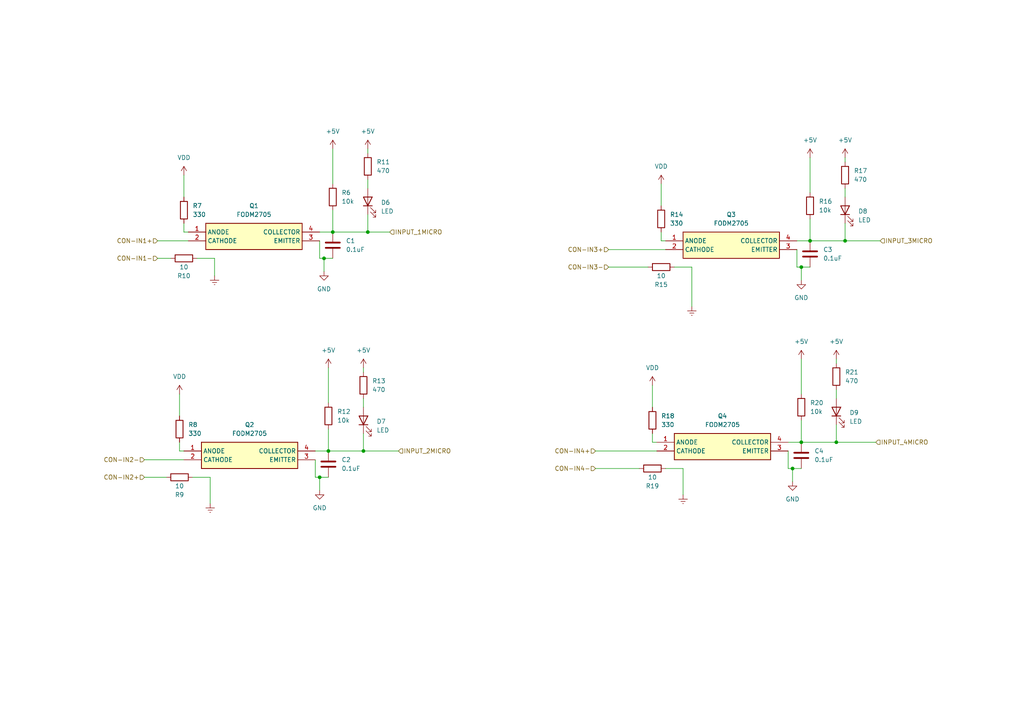
<source format=kicad_sch>
(kicad_sch (version 20230121) (generator eeschema)

  (uuid 0bada71f-4518-4d53-b42c-5126cc42aeb8)

  (paper "A4")

  (lib_symbols
    (symbol "Device:C" (pin_numbers hide) (pin_names (offset 0.254)) (in_bom yes) (on_board yes)
      (property "Reference" "C" (at 0.635 2.54 0)
        (effects (font (size 1.27 1.27)) (justify left))
      )
      (property "Value" "C" (at 0.635 -2.54 0)
        (effects (font (size 1.27 1.27)) (justify left))
      )
      (property "Footprint" "" (at 0.9652 -3.81 0)
        (effects (font (size 1.27 1.27)) hide)
      )
      (property "Datasheet" "~" (at 0 0 0)
        (effects (font (size 1.27 1.27)) hide)
      )
      (property "ki_keywords" "cap capacitor" (at 0 0 0)
        (effects (font (size 1.27 1.27)) hide)
      )
      (property "ki_description" "Unpolarized capacitor" (at 0 0 0)
        (effects (font (size 1.27 1.27)) hide)
      )
      (property "ki_fp_filters" "C_*" (at 0 0 0)
        (effects (font (size 1.27 1.27)) hide)
      )
      (symbol "C_0_1"
        (polyline
          (pts
            (xy -2.032 -0.762)
            (xy 2.032 -0.762)
          )
          (stroke (width 0.508) (type default))
          (fill (type none))
        )
        (polyline
          (pts
            (xy -2.032 0.762)
            (xy 2.032 0.762)
          )
          (stroke (width 0.508) (type default))
          (fill (type none))
        )
      )
      (symbol "C_1_1"
        (pin passive line (at 0 3.81 270) (length 2.794)
          (name "~" (effects (font (size 1.27 1.27))))
          (number "1" (effects (font (size 1.27 1.27))))
        )
        (pin passive line (at 0 -3.81 90) (length 2.794)
          (name "~" (effects (font (size 1.27 1.27))))
          (number "2" (effects (font (size 1.27 1.27))))
        )
      )
    )
    (symbol "Device:LED" (pin_numbers hide) (pin_names (offset 1.016) hide) (in_bom yes) (on_board yes)
      (property "Reference" "D" (at 0 2.54 0)
        (effects (font (size 1.27 1.27)))
      )
      (property "Value" "LED" (at 0 -2.54 0)
        (effects (font (size 1.27 1.27)))
      )
      (property "Footprint" "" (at 0 0 0)
        (effects (font (size 1.27 1.27)) hide)
      )
      (property "Datasheet" "~" (at 0 0 0)
        (effects (font (size 1.27 1.27)) hide)
      )
      (property "ki_keywords" "LED diode" (at 0 0 0)
        (effects (font (size 1.27 1.27)) hide)
      )
      (property "ki_description" "Light emitting diode" (at 0 0 0)
        (effects (font (size 1.27 1.27)) hide)
      )
      (property "ki_fp_filters" "LED* LED_SMD:* LED_THT:*" (at 0 0 0)
        (effects (font (size 1.27 1.27)) hide)
      )
      (symbol "LED_0_1"
        (polyline
          (pts
            (xy -1.27 -1.27)
            (xy -1.27 1.27)
          )
          (stroke (width 0.254) (type default))
          (fill (type none))
        )
        (polyline
          (pts
            (xy -1.27 0)
            (xy 1.27 0)
          )
          (stroke (width 0) (type default))
          (fill (type none))
        )
        (polyline
          (pts
            (xy 1.27 -1.27)
            (xy 1.27 1.27)
            (xy -1.27 0)
            (xy 1.27 -1.27)
          )
          (stroke (width 0.254) (type default))
          (fill (type none))
        )
        (polyline
          (pts
            (xy -3.048 -0.762)
            (xy -4.572 -2.286)
            (xy -3.81 -2.286)
            (xy -4.572 -2.286)
            (xy -4.572 -1.524)
          )
          (stroke (width 0) (type default))
          (fill (type none))
        )
        (polyline
          (pts
            (xy -1.778 -0.762)
            (xy -3.302 -2.286)
            (xy -2.54 -2.286)
            (xy -3.302 -2.286)
            (xy -3.302 -1.524)
          )
          (stroke (width 0) (type default))
          (fill (type none))
        )
      )
      (symbol "LED_1_1"
        (pin passive line (at -3.81 0 0) (length 2.54)
          (name "K" (effects (font (size 1.27 1.27))))
          (number "1" (effects (font (size 1.27 1.27))))
        )
        (pin passive line (at 3.81 0 180) (length 2.54)
          (name "A" (effects (font (size 1.27 1.27))))
          (number "2" (effects (font (size 1.27 1.27))))
        )
      )
    )
    (symbol "Device:R" (pin_numbers hide) (pin_names (offset 0)) (in_bom yes) (on_board yes)
      (property "Reference" "R" (at 2.032 0 90)
        (effects (font (size 1.27 1.27)))
      )
      (property "Value" "R" (at 0 0 90)
        (effects (font (size 1.27 1.27)))
      )
      (property "Footprint" "" (at -1.778 0 90)
        (effects (font (size 1.27 1.27)) hide)
      )
      (property "Datasheet" "~" (at 0 0 0)
        (effects (font (size 1.27 1.27)) hide)
      )
      (property "ki_keywords" "R res resistor" (at 0 0 0)
        (effects (font (size 1.27 1.27)) hide)
      )
      (property "ki_description" "Resistor" (at 0 0 0)
        (effects (font (size 1.27 1.27)) hide)
      )
      (property "ki_fp_filters" "R_*" (at 0 0 0)
        (effects (font (size 1.27 1.27)) hide)
      )
      (symbol "R_0_1"
        (rectangle (start -1.016 -2.54) (end 1.016 2.54)
          (stroke (width 0.254) (type default))
          (fill (type none))
        )
      )
      (symbol "R_1_1"
        (pin passive line (at 0 3.81 270) (length 1.27)
          (name "~" (effects (font (size 1.27 1.27))))
          (number "1" (effects (font (size 1.27 1.27))))
        )
        (pin passive line (at 0 -3.81 90) (length 1.27)
          (name "~" (effects (font (size 1.27 1.27))))
          (number "2" (effects (font (size 1.27 1.27))))
        )
      )
    )
    (symbol "FODM2705:FODM2705" (in_bom yes) (on_board yes)
      (property "Reference" "Q" (at 34.29 7.62 0)
        (effects (font (size 1.27 1.27)) (justify left top))
      )
      (property "Value" "FODM2705" (at 34.29 5.08 0)
        (effects (font (size 1.27 1.27)) (justify left top))
      )
      (property "Footprint" "SOP254P675X240-4N" (at 34.29 -94.92 0)
        (effects (font (size 1.27 1.27)) (justify left top) hide)
      )
      (property "Datasheet" "https://www.onsemi.com/pdf/datasheet/fodm2705-d.pdf" (at 34.29 -194.92 0)
        (effects (font (size 1.27 1.27)) (justify left top) hide)
      )
      (property "Height" "2.4" (at 34.29 -394.92 0)
        (effects (font (size 1.27 1.27)) (justify left top) hide)
      )
      (property "Manufacturer_Name" "onsemi" (at 34.29 -494.92 0)
        (effects (font (size 1.27 1.27)) (justify left top) hide)
      )
      (property "Manufacturer_Part_Number" "FODM2705" (at 34.29 -594.92 0)
        (effects (font (size 1.27 1.27)) (justify left top) hide)
      )
      (property "Mouser Part Number" "512-FODM2705" (at 34.29 -694.92 0)
        (effects (font (size 1.27 1.27)) (justify left top) hide)
      )
      (property "Mouser Price/Stock" "https://www.mouser.co.uk/ProductDetail/onsemi-Fairchild/FODM2705?qs=w2ACn%2FLS38EYreIlWngSsw%3D%3D" (at 34.29 -794.92 0)
        (effects (font (size 1.27 1.27)) (justify left top) hide)
      )
      (property "Arrow Part Number" "FODM2705" (at 34.29 -894.92 0)
        (effects (font (size 1.27 1.27)) (justify left top) hide)
      )
      (property "Arrow Price/Stock" "https://www.arrow.com/en/products/fodm2705/on-semiconductor?region=europe" (at 34.29 -994.92 0)
        (effects (font (size 1.27 1.27)) (justify left top) hide)
      )
      (property "ki_description" "Transistor Output Optocouplers AC In Phototransistr Output Optocoupler" (at 0 0 0)
        (effects (font (size 1.27 1.27)) hide)
      )
      (symbol "FODM2705_1_1"
        (rectangle (start 5.08 2.54) (end 33.02 -5.08)
          (stroke (width 0.254) (type default))
          (fill (type background))
        )
        (pin passive line (at 0 0 0) (length 5.08)
          (name "ANODE" (effects (font (size 1.27 1.27))))
          (number "1" (effects (font (size 1.27 1.27))))
        )
        (pin passive line (at 0 -2.54 0) (length 5.08)
          (name "CATHODE" (effects (font (size 1.27 1.27))))
          (number "2" (effects (font (size 1.27 1.27))))
        )
        (pin passive line (at 38.1 -2.54 180) (length 5.08)
          (name "EMITTER" (effects (font (size 1.27 1.27))))
          (number "3" (effects (font (size 1.27 1.27))))
        )
        (pin passive line (at 38.1 0 180) (length 5.08)
          (name "COLLECTOR" (effects (font (size 1.27 1.27))))
          (number "4" (effects (font (size 1.27 1.27))))
        )
      )
    )
    (symbol "power:+5V" (power) (pin_names (offset 0)) (in_bom yes) (on_board yes)
      (property "Reference" "#PWR" (at 0 -3.81 0)
        (effects (font (size 1.27 1.27)) hide)
      )
      (property "Value" "+5V" (at 0 3.556 0)
        (effects (font (size 1.27 1.27)))
      )
      (property "Footprint" "" (at 0 0 0)
        (effects (font (size 1.27 1.27)) hide)
      )
      (property "Datasheet" "" (at 0 0 0)
        (effects (font (size 1.27 1.27)) hide)
      )
      (property "ki_keywords" "global power" (at 0 0 0)
        (effects (font (size 1.27 1.27)) hide)
      )
      (property "ki_description" "Power symbol creates a global label with name \"+5V\"" (at 0 0 0)
        (effects (font (size 1.27 1.27)) hide)
      )
      (symbol "+5V_0_1"
        (polyline
          (pts
            (xy -0.762 1.27)
            (xy 0 2.54)
          )
          (stroke (width 0) (type default))
          (fill (type none))
        )
        (polyline
          (pts
            (xy 0 0)
            (xy 0 2.54)
          )
          (stroke (width 0) (type default))
          (fill (type none))
        )
        (polyline
          (pts
            (xy 0 2.54)
            (xy 0.762 1.27)
          )
          (stroke (width 0) (type default))
          (fill (type none))
        )
      )
      (symbol "+5V_1_1"
        (pin power_in line (at 0 0 90) (length 0) hide
          (name "+5V" (effects (font (size 1.27 1.27))))
          (number "1" (effects (font (size 1.27 1.27))))
        )
      )
    )
    (symbol "power:Earth" (power) (pin_names (offset 0)) (in_bom yes) (on_board yes)
      (property "Reference" "#PWR" (at 0 -6.35 0)
        (effects (font (size 1.27 1.27)) hide)
      )
      (property "Value" "Earth" (at 0 -3.81 0)
        (effects (font (size 1.27 1.27)) hide)
      )
      (property "Footprint" "" (at 0 0 0)
        (effects (font (size 1.27 1.27)) hide)
      )
      (property "Datasheet" "~" (at 0 0 0)
        (effects (font (size 1.27 1.27)) hide)
      )
      (property "ki_keywords" "global ground gnd" (at 0 0 0)
        (effects (font (size 1.27 1.27)) hide)
      )
      (property "ki_description" "Power symbol creates a global label with name \"Earth\"" (at 0 0 0)
        (effects (font (size 1.27 1.27)) hide)
      )
      (symbol "Earth_0_1"
        (polyline
          (pts
            (xy -0.635 -1.905)
            (xy 0.635 -1.905)
          )
          (stroke (width 0) (type default))
          (fill (type none))
        )
        (polyline
          (pts
            (xy -0.127 -2.54)
            (xy 0.127 -2.54)
          )
          (stroke (width 0) (type default))
          (fill (type none))
        )
        (polyline
          (pts
            (xy 0 -1.27)
            (xy 0 0)
          )
          (stroke (width 0) (type default))
          (fill (type none))
        )
        (polyline
          (pts
            (xy 1.27 -1.27)
            (xy -1.27 -1.27)
          )
          (stroke (width 0) (type default))
          (fill (type none))
        )
      )
      (symbol "Earth_1_1"
        (pin power_in line (at 0 0 270) (length 0) hide
          (name "Earth" (effects (font (size 1.27 1.27))))
          (number "1" (effects (font (size 1.27 1.27))))
        )
      )
    )
    (symbol "power:GND" (power) (pin_names (offset 0)) (in_bom yes) (on_board yes)
      (property "Reference" "#PWR" (at 0 -6.35 0)
        (effects (font (size 1.27 1.27)) hide)
      )
      (property "Value" "GND" (at 0 -3.81 0)
        (effects (font (size 1.27 1.27)))
      )
      (property "Footprint" "" (at 0 0 0)
        (effects (font (size 1.27 1.27)) hide)
      )
      (property "Datasheet" "" (at 0 0 0)
        (effects (font (size 1.27 1.27)) hide)
      )
      (property "ki_keywords" "global power" (at 0 0 0)
        (effects (font (size 1.27 1.27)) hide)
      )
      (property "ki_description" "Power symbol creates a global label with name \"GND\" , ground" (at 0 0 0)
        (effects (font (size 1.27 1.27)) hide)
      )
      (symbol "GND_0_1"
        (polyline
          (pts
            (xy 0 0)
            (xy 0 -1.27)
            (xy 1.27 -1.27)
            (xy 0 -2.54)
            (xy -1.27 -1.27)
            (xy 0 -1.27)
          )
          (stroke (width 0) (type default))
          (fill (type none))
        )
      )
      (symbol "GND_1_1"
        (pin power_in line (at 0 0 270) (length 0) hide
          (name "GND" (effects (font (size 1.27 1.27))))
          (number "1" (effects (font (size 1.27 1.27))))
        )
      )
    )
    (symbol "power:VDD" (power) (pin_names (offset 0)) (in_bom yes) (on_board yes)
      (property "Reference" "#PWR" (at 0 -3.81 0)
        (effects (font (size 1.27 1.27)) hide)
      )
      (property "Value" "VDD" (at 0 3.81 0)
        (effects (font (size 1.27 1.27)))
      )
      (property "Footprint" "" (at 0 0 0)
        (effects (font (size 1.27 1.27)) hide)
      )
      (property "Datasheet" "" (at 0 0 0)
        (effects (font (size 1.27 1.27)) hide)
      )
      (property "ki_keywords" "global power" (at 0 0 0)
        (effects (font (size 1.27 1.27)) hide)
      )
      (property "ki_description" "Power symbol creates a global label with name \"VDD\"" (at 0 0 0)
        (effects (font (size 1.27 1.27)) hide)
      )
      (symbol "VDD_0_1"
        (polyline
          (pts
            (xy -0.762 1.27)
            (xy 0 2.54)
          )
          (stroke (width 0) (type default))
          (fill (type none))
        )
        (polyline
          (pts
            (xy 0 0)
            (xy 0 2.54)
          )
          (stroke (width 0) (type default))
          (fill (type none))
        )
        (polyline
          (pts
            (xy 0 2.54)
            (xy 0.762 1.27)
          )
          (stroke (width 0) (type default))
          (fill (type none))
        )
      )
      (symbol "VDD_1_1"
        (pin power_in line (at 0 0 90) (length 0) hide
          (name "VDD" (effects (font (size 1.27 1.27))))
          (number "1" (effects (font (size 1.27 1.27))))
        )
      )
    )
  )

  (junction (at 95.25 130.81) (diameter 0) (color 0 0 0 0)
    (uuid 48a9edea-a6ef-4953-9028-344dc197656c)
  )
  (junction (at 106.68 67.31) (diameter 0) (color 0 0 0 0)
    (uuid 4dda9ed1-3ce2-4998-9a09-f00a317c91e0)
  )
  (junction (at 232.41 77.47) (diameter 0) (color 0 0 0 0)
    (uuid 6aacfab8-2ce8-4d7e-ad3f-f2652cf2064e)
  )
  (junction (at 93.98 74.93) (diameter 0) (color 0 0 0 0)
    (uuid 6f080ae0-3145-47bc-86fb-1b0ba066d85b)
  )
  (junction (at 245.11 69.85) (diameter 0) (color 0 0 0 0)
    (uuid 7e9dc753-77d2-4352-acaa-d02b96169250)
  )
  (junction (at 234.95 69.85) (diameter 0) (color 0 0 0 0)
    (uuid 82da3103-ab67-4595-b054-321f0afef9f2)
  )
  (junction (at 96.52 67.31) (diameter 0) (color 0 0 0 0)
    (uuid 9696a60f-787c-4f3c-b1ad-0878183d358c)
  )
  (junction (at 229.87 135.89) (diameter 0) (color 0 0 0 0)
    (uuid 9c5c9df3-eafb-4b1c-89b0-18eaf8282584)
  )
  (junction (at 232.41 128.27) (diameter 0) (color 0 0 0 0)
    (uuid bb36ae61-067c-4857-8466-57ccfcc5e8e1)
  )
  (junction (at 242.57 128.27) (diameter 0) (color 0 0 0 0)
    (uuid cbba7874-af2e-4bcc-a495-df8ece281af8)
  )
  (junction (at 105.41 130.81) (diameter 0) (color 0 0 0 0)
    (uuid da3b30ad-e63b-4233-b6d1-9cb13d1431b7)
  )
  (junction (at 92.71 138.43) (diameter 0) (color 0 0 0 0)
    (uuid f4801620-9921-4685-b43c-444b00a5d530)
  )

  (wire (pts (xy 92.71 69.85) (xy 92.71 74.93))
    (stroke (width 0) (type default))
    (uuid 084443a3-cff0-444a-bef4-46276a3c7aa6)
  )
  (wire (pts (xy 191.77 69.85) (xy 193.04 69.85))
    (stroke (width 0) (type default))
    (uuid 0882eed9-cdcf-423f-b693-91bd6c6bbd1b)
  )
  (wire (pts (xy 53.34 50.8) (xy 53.34 57.15))
    (stroke (width 0) (type default))
    (uuid 0b4bb180-dff7-4bb9-8d36-30dc12da1ab9)
  )
  (wire (pts (xy 191.77 67.31) (xy 191.77 69.85))
    (stroke (width 0) (type default))
    (uuid 0d1bb45d-263f-41e9-b82c-bf926d73d0f7)
  )
  (wire (pts (xy 96.52 60.96) (xy 96.52 67.31))
    (stroke (width 0) (type default))
    (uuid 10c21bf8-0184-41f7-8e76-dbbf918de405)
  )
  (wire (pts (xy 232.41 104.14) (xy 232.41 114.3))
    (stroke (width 0) (type default))
    (uuid 118bcb55-b701-4cd0-8cd0-2d35be808ed9)
  )
  (wire (pts (xy 229.87 135.89) (xy 229.87 139.7))
    (stroke (width 0) (type default))
    (uuid 11d244ef-04c0-4e3f-bd51-5772765524c1)
  )
  (wire (pts (xy 96.52 67.31) (xy 106.68 67.31))
    (stroke (width 0) (type default))
    (uuid 165ed2ef-fbc4-44e1-ac09-40e42625895f)
  )
  (wire (pts (xy 105.41 115.57) (xy 105.41 118.11))
    (stroke (width 0) (type default))
    (uuid 18bfb64c-a868-4c69-a360-e391e227ad6b)
  )
  (wire (pts (xy 245.11 45.72) (xy 245.11 46.99))
    (stroke (width 0) (type default))
    (uuid 1a01d659-e368-4a36-be49-ba1d99eae056)
  )
  (wire (pts (xy 53.34 67.31) (xy 54.61 67.31))
    (stroke (width 0) (type default))
    (uuid 1b0d497c-a499-4fb6-9ef3-dc3d724faa3c)
  )
  (wire (pts (xy 105.41 125.73) (xy 105.41 130.81))
    (stroke (width 0) (type default))
    (uuid 1b935c13-a02b-479a-b340-91bcf9690f6b)
  )
  (wire (pts (xy 96.52 43.18) (xy 96.52 53.34))
    (stroke (width 0) (type default))
    (uuid 1c23e4d9-300a-4a18-a11b-34aacd3b46f0)
  )
  (wire (pts (xy 92.71 67.31) (xy 96.52 67.31))
    (stroke (width 0) (type default))
    (uuid 1c9339d3-d1df-4af3-aa29-6815dbc662e3)
  )
  (wire (pts (xy 106.68 43.18) (xy 106.68 44.45))
    (stroke (width 0) (type default))
    (uuid 250bfbbe-2cc3-451b-ba99-e96891012d73)
  )
  (wire (pts (xy 234.95 77.47) (xy 232.41 77.47))
    (stroke (width 0) (type default))
    (uuid 27e0911f-9b53-4ee4-8a13-b45931a780c1)
  )
  (wire (pts (xy 45.72 69.85) (xy 54.61 69.85))
    (stroke (width 0) (type default))
    (uuid 2b79cf89-d4b4-4c55-8a7c-8c9bb3a402af)
  )
  (wire (pts (xy 232.41 77.47) (xy 232.41 81.28))
    (stroke (width 0) (type default))
    (uuid 2fdb09b0-36c4-4369-ad2e-9c4332617dd1)
  )
  (wire (pts (xy 172.72 130.81) (xy 190.5 130.81))
    (stroke (width 0) (type default))
    (uuid 3068aa59-0a51-4290-825b-d16caae24421)
  )
  (wire (pts (xy 245.11 64.77) (xy 245.11 69.85))
    (stroke (width 0) (type default))
    (uuid 310d0122-3502-4c03-9303-bde52ed1b763)
  )
  (wire (pts (xy 242.57 123.19) (xy 242.57 128.27))
    (stroke (width 0) (type default))
    (uuid 31a27ac2-cf1f-4aa3-aa7f-86ac1f85b712)
  )
  (wire (pts (xy 95.25 130.81) (xy 105.41 130.81))
    (stroke (width 0) (type default))
    (uuid 3221e20f-29de-40d4-ad91-4f21dca3432b)
  )
  (wire (pts (xy 191.77 53.34) (xy 191.77 59.69))
    (stroke (width 0) (type default))
    (uuid 35a162fa-e629-4efa-bab3-4f25e2848eb7)
  )
  (wire (pts (xy 172.72 135.89) (xy 185.42 135.89))
    (stroke (width 0) (type default))
    (uuid 391539d4-0be6-47f6-909e-51a3f08c71dc)
  )
  (wire (pts (xy 41.91 133.35) (xy 53.34 133.35))
    (stroke (width 0) (type default))
    (uuid 3c10744e-5b25-4140-bd4c-ec76daaac41a)
  )
  (wire (pts (xy 91.44 138.43) (xy 92.71 138.43))
    (stroke (width 0) (type default))
    (uuid 43ce8095-5640-4082-98cc-dd331d382546)
  )
  (wire (pts (xy 228.6 128.27) (xy 232.41 128.27))
    (stroke (width 0) (type default))
    (uuid 45397cd2-05fc-46ee-90c8-23fad84d4c19)
  )
  (wire (pts (xy 52.07 130.81) (xy 53.34 130.81))
    (stroke (width 0) (type default))
    (uuid 52888647-fb5b-4eea-b991-96f477a032dc)
  )
  (wire (pts (xy 106.68 67.31) (xy 113.03 67.31))
    (stroke (width 0) (type default))
    (uuid 5af49567-1470-476e-8e55-d87bdd9d170e)
  )
  (wire (pts (xy 242.57 104.14) (xy 242.57 105.41))
    (stroke (width 0) (type default))
    (uuid 67bc665a-0924-44b8-8118-d05b064857bd)
  )
  (wire (pts (xy 62.23 74.93) (xy 57.15 74.93))
    (stroke (width 0) (type default))
    (uuid 6b89e749-561b-43f0-bc9a-f657b19125e7)
  )
  (wire (pts (xy 228.6 135.89) (xy 229.87 135.89))
    (stroke (width 0) (type default))
    (uuid 6c810c58-15f1-45f4-938c-8390410aa4cb)
  )
  (wire (pts (xy 106.68 52.07) (xy 106.68 54.61))
    (stroke (width 0) (type default))
    (uuid 6dad19d5-6fd8-4256-9576-1f6caf28efc0)
  )
  (wire (pts (xy 52.07 128.27) (xy 52.07 130.81))
    (stroke (width 0) (type default))
    (uuid 7058a24a-68de-4df1-9893-49bbdb63428f)
  )
  (wire (pts (xy 232.41 135.89) (xy 229.87 135.89))
    (stroke (width 0) (type default))
    (uuid 72f654af-851f-4eea-a9bc-5cde75ce2fce)
  )
  (wire (pts (xy 53.34 64.77) (xy 53.34 67.31))
    (stroke (width 0) (type default))
    (uuid 73de32fe-8793-4163-9d00-fd769d26d7d2)
  )
  (wire (pts (xy 200.66 77.47) (xy 200.66 88.9))
    (stroke (width 0) (type default))
    (uuid 7770b05f-66da-4435-9022-b93051c197a3)
  )
  (wire (pts (xy 176.53 77.47) (xy 187.96 77.47))
    (stroke (width 0) (type default))
    (uuid 78f4e218-1258-423e-8794-53ecbb46b315)
  )
  (wire (pts (xy 91.44 130.81) (xy 95.25 130.81))
    (stroke (width 0) (type default))
    (uuid 795ff51a-0a97-4081-b045-0e89e0415f70)
  )
  (wire (pts (xy 92.71 138.43) (xy 92.71 142.24))
    (stroke (width 0) (type default))
    (uuid 7ce42050-7b3d-45e7-9137-1cf4465a85b2)
  )
  (wire (pts (xy 41.91 138.43) (xy 48.26 138.43))
    (stroke (width 0) (type default))
    (uuid 80022473-861b-4693-b990-0d74d6f61508)
  )
  (wire (pts (xy 95.25 124.46) (xy 95.25 130.81))
    (stroke (width 0) (type default))
    (uuid 81fc2a74-3237-4852-930e-08088aed62d3)
  )
  (wire (pts (xy 105.41 130.81) (xy 115.57 130.81))
    (stroke (width 0) (type default))
    (uuid 896fbb07-2e3a-41bb-97e4-72eca4653eea)
  )
  (wire (pts (xy 200.66 77.47) (xy 195.58 77.47))
    (stroke (width 0) (type default))
    (uuid 8b533832-5f44-4afb-81dd-fef72b15838a)
  )
  (wire (pts (xy 92.71 74.93) (xy 93.98 74.93))
    (stroke (width 0) (type default))
    (uuid 8e0f80ad-44a9-4082-b4d4-5453e4678c0e)
  )
  (wire (pts (xy 242.57 113.03) (xy 242.57 115.57))
    (stroke (width 0) (type default))
    (uuid 965ee119-6fa9-490b-a7bf-359fef999bed)
  )
  (wire (pts (xy 198.12 135.89) (xy 198.12 143.51))
    (stroke (width 0) (type default))
    (uuid 96d6ac46-128d-4649-8021-7d283c8a2304)
  )
  (wire (pts (xy 245.11 54.61) (xy 245.11 57.15))
    (stroke (width 0) (type default))
    (uuid a1d3a452-f8d4-47ae-b72a-829a36bce5eb)
  )
  (wire (pts (xy 105.41 106.68) (xy 105.41 107.95))
    (stroke (width 0) (type default))
    (uuid a47342ad-fca3-4a2c-805a-a386add69a7f)
  )
  (wire (pts (xy 232.41 121.92) (xy 232.41 128.27))
    (stroke (width 0) (type default))
    (uuid aa68d5e8-66f8-4ca1-8310-1d290121fa40)
  )
  (wire (pts (xy 198.12 135.89) (xy 193.04 135.89))
    (stroke (width 0) (type default))
    (uuid b4f844c9-20d6-411b-97e0-9a62b26055bb)
  )
  (wire (pts (xy 95.25 106.68) (xy 95.25 116.84))
    (stroke (width 0) (type default))
    (uuid bda6713c-745e-44eb-b689-4a5e24bd928d)
  )
  (wire (pts (xy 91.44 133.35) (xy 91.44 138.43))
    (stroke (width 0) (type default))
    (uuid c2fde4a1-8569-4f75-8784-6b35f39fe869)
  )
  (wire (pts (xy 232.41 128.27) (xy 242.57 128.27))
    (stroke (width 0) (type default))
    (uuid c86a256a-c4e9-41ab-bb47-3091bfeefd7d)
  )
  (wire (pts (xy 52.07 114.3) (xy 52.07 120.65))
    (stroke (width 0) (type default))
    (uuid ceca91f7-37e4-4a6f-9411-9e044506c4bf)
  )
  (wire (pts (xy 228.6 130.81) (xy 228.6 135.89))
    (stroke (width 0) (type default))
    (uuid d02bbca0-4056-459e-8e07-f617843f2edb)
  )
  (wire (pts (xy 234.95 45.72) (xy 234.95 55.88))
    (stroke (width 0) (type default))
    (uuid d32ac6ea-e9dc-49da-b558-146eebdf86ee)
  )
  (wire (pts (xy 189.23 128.27) (xy 190.5 128.27))
    (stroke (width 0) (type default))
    (uuid d732e92f-4e77-45cc-a124-f033fb331396)
  )
  (wire (pts (xy 60.96 138.43) (xy 60.96 146.05))
    (stroke (width 0) (type default))
    (uuid d8e970ce-ebdb-463e-b0f3-f9ab40130da1)
  )
  (wire (pts (xy 95.25 138.43) (xy 92.71 138.43))
    (stroke (width 0) (type default))
    (uuid db770d8f-5add-472b-86a2-3c4321097a6a)
  )
  (wire (pts (xy 62.23 74.93) (xy 62.23 80.01))
    (stroke (width 0) (type default))
    (uuid db86228a-e012-46ca-9900-06448a454246)
  )
  (wire (pts (xy 242.57 128.27) (xy 254 128.27))
    (stroke (width 0) (type default))
    (uuid e0cc8b13-5ea9-4c37-bef1-58d5582de597)
  )
  (wire (pts (xy 106.68 62.23) (xy 106.68 67.31))
    (stroke (width 0) (type default))
    (uuid e2ef58e2-740f-4825-8b8d-23272f4cfadd)
  )
  (wire (pts (xy 189.23 125.73) (xy 189.23 128.27))
    (stroke (width 0) (type default))
    (uuid e465324d-5c14-41af-a997-b8ec7fb54ecd)
  )
  (wire (pts (xy 231.14 72.39) (xy 231.14 77.47))
    (stroke (width 0) (type default))
    (uuid e5487848-8f42-4cd5-9ae8-e28ba0934a14)
  )
  (wire (pts (xy 234.95 69.85) (xy 245.11 69.85))
    (stroke (width 0) (type default))
    (uuid e75deab2-28bc-43a2-bd65-8b69151659d2)
  )
  (wire (pts (xy 234.95 63.5) (xy 234.95 69.85))
    (stroke (width 0) (type default))
    (uuid e76c81a5-1c11-461a-afb8-381d95c602c7)
  )
  (wire (pts (xy 45.72 74.93) (xy 49.53 74.93))
    (stroke (width 0) (type default))
    (uuid e786ea6e-788b-414a-b85b-ad8a4254e73e)
  )
  (wire (pts (xy 189.23 111.76) (xy 189.23 118.11))
    (stroke (width 0) (type default))
    (uuid eb61438e-ef98-459e-bcd2-6dc5eeb5ed51)
  )
  (wire (pts (xy 176.53 72.39) (xy 193.04 72.39))
    (stroke (width 0) (type default))
    (uuid f1821957-e4e3-4c2b-9c2f-3666fd6c23fb)
  )
  (wire (pts (xy 96.52 74.93) (xy 93.98 74.93))
    (stroke (width 0) (type default))
    (uuid f273edd5-d16a-452a-9f14-d58ef446c0eb)
  )
  (wire (pts (xy 245.11 69.85) (xy 255.27 69.85))
    (stroke (width 0) (type default))
    (uuid f280f4e9-74fc-4b60-a290-9c87c10d2a85)
  )
  (wire (pts (xy 93.98 74.93) (xy 93.98 78.74))
    (stroke (width 0) (type default))
    (uuid f3e6a04b-3f77-4def-b69a-a969bea7f4dd)
  )
  (wire (pts (xy 60.96 138.43) (xy 55.88 138.43))
    (stroke (width 0) (type default))
    (uuid f656ba16-b74c-4956-bf3a-8486c0552ba5)
  )
  (wire (pts (xy 231.14 77.47) (xy 232.41 77.47))
    (stroke (width 0) (type default))
    (uuid f8b15866-b294-487e-80ca-50755fd8c1f1)
  )
  (wire (pts (xy 231.14 69.85) (xy 234.95 69.85))
    (stroke (width 0) (type default))
    (uuid fb63606b-d4ca-459e-ac08-edc1124700cf)
  )

  (hierarchical_label "CON-IN2+" (shape input) (at 41.91 138.43 180) (fields_autoplaced)
    (effects (font (size 1.27 1.27)) (justify right))
    (uuid 01217815-9b02-4ea9-b1e3-4abc56ccbc51)
  )
  (hierarchical_label "INPUT_4MICRO" (shape input) (at 254 128.27 0) (fields_autoplaced)
    (effects (font (size 1.27 1.27)) (justify left))
    (uuid 1913a1f1-fdea-4acd-9f9e-8b9d2a15943c)
  )
  (hierarchical_label "CON-IN1-" (shape input) (at 45.72 74.93 180) (fields_autoplaced)
    (effects (font (size 1.27 1.27)) (justify right))
    (uuid 679e2b5c-bb33-4fdc-9384-7974adf239dc)
  )
  (hierarchical_label "CON-IN4-" (shape input) (at 172.72 135.89 180) (fields_autoplaced)
    (effects (font (size 1.27 1.27)) (justify right))
    (uuid 8100c80e-5f44-4089-8b18-f1153c5fe20c)
  )
  (hierarchical_label "CON-IN3+" (shape input) (at 176.53 72.39 180) (fields_autoplaced)
    (effects (font (size 1.27 1.27)) (justify right))
    (uuid 8b9ea18a-182b-4e94-90a2-61e0e6400463)
  )
  (hierarchical_label "CON-IN2-" (shape input) (at 41.91 133.35 180) (fields_autoplaced)
    (effects (font (size 1.27 1.27)) (justify right))
    (uuid 8f8992df-ad47-4299-8e7e-47507ea62002)
  )
  (hierarchical_label "INPUT_1MICRO" (shape input) (at 113.03 67.31 0) (fields_autoplaced)
    (effects (font (size 1.27 1.27)) (justify left))
    (uuid 9624efdd-0308-49a4-926b-c8fd20a48335)
  )
  (hierarchical_label "CON-IN4+" (shape input) (at 172.72 130.81 180) (fields_autoplaced)
    (effects (font (size 1.27 1.27)) (justify right))
    (uuid 9a9db787-e822-4fb9-b86d-43e44b52cd56)
  )
  (hierarchical_label "CON-IN1+" (shape input) (at 45.72 69.85 180) (fields_autoplaced)
    (effects (font (size 1.27 1.27)) (justify right))
    (uuid aafb2294-e7c4-4a72-8a6f-c31a218a65fa)
  )
  (hierarchical_label "CON-IN3-" (shape input) (at 176.53 77.47 180) (fields_autoplaced)
    (effects (font (size 1.27 1.27)) (justify right))
    (uuid deec3dcb-12d8-4453-8146-c1dd09a0635d)
  )
  (hierarchical_label "INPUT_2MICRO" (shape input) (at 115.57 130.81 0) (fields_autoplaced)
    (effects (font (size 1.27 1.27)) (justify left))
    (uuid e00da4ac-9653-4d82-b909-1ee35ea8c80f)
  )
  (hierarchical_label "INPUT_3MICRO" (shape input) (at 255.27 69.85 0) (fields_autoplaced)
    (effects (font (size 1.27 1.27)) (justify left))
    (uuid ff9ec5a8-31fa-46ee-8068-f610c76ce983)
  )

  (symbol (lib_id "Device:R") (at 52.07 138.43 270) (unit 1)
    (in_bom yes) (on_board yes) (dnp no)
    (uuid 0336c841-7278-4249-82b4-3d111262b897)
    (property "Reference" "R9" (at 52.07 143.51 90)
      (effects (font (size 1.27 1.27)))
    )
    (property "Value" "10" (at 52.07 140.97 90)
      (effects (font (size 1.27 1.27)))
    )
    (property "Footprint" "Resistor_SMD:R_0805_2012Metric_Pad1.20x1.40mm_HandSolder" (at 52.07 136.652 90)
      (effects (font (size 1.27 1.27)) hide)
    )
    (property "Datasheet" "~" (at 52.07 138.43 0)
      (effects (font (size 1.27 1.27)) hide)
    )
    (pin "1" (uuid cb4a4ae8-daec-445c-ae54-443b440591d9))
    (pin "2" (uuid 92b35494-8234-4264-b8ad-f419acecbf98))
    (instances
      (project "Room_Link"
        (path "/c4ebd78f-0c54-42fb-8411-155772684713/6ffab1c0-a902-4896-acce-96f8f8ea2f51/309ad757-3210-46b9-a486-5ed8cc539451"
          (reference "R9") (unit 1)
        )
      )
    )
  )

  (symbol (lib_id "Device:R") (at 189.23 135.89 270) (unit 1)
    (in_bom yes) (on_board yes) (dnp no)
    (uuid 03ee328b-042f-4b75-b171-b957f4f167da)
    (property "Reference" "R19" (at 189.23 140.97 90)
      (effects (font (size 1.27 1.27)))
    )
    (property "Value" "10" (at 189.23 138.43 90)
      (effects (font (size 1.27 1.27)))
    )
    (property "Footprint" "Resistor_SMD:R_0805_2012Metric_Pad1.20x1.40mm_HandSolder" (at 189.23 134.112 90)
      (effects (font (size 1.27 1.27)) hide)
    )
    (property "Datasheet" "~" (at 189.23 135.89 0)
      (effects (font (size 1.27 1.27)) hide)
    )
    (pin "1" (uuid 5d9990af-e299-4a56-8c57-8c9e5a004fd6))
    (pin "2" (uuid 45c7d1f6-0fda-410d-a53a-0ca08e0fc264))
    (instances
      (project "Room_Link"
        (path "/c4ebd78f-0c54-42fb-8411-155772684713/6ffab1c0-a902-4896-acce-96f8f8ea2f51/309ad757-3210-46b9-a486-5ed8cc539451"
          (reference "R19") (unit 1)
        )
      )
    )
  )

  (symbol (lib_id "power:Earth") (at 60.96 146.05 0) (unit 1)
    (in_bom yes) (on_board yes) (dnp no) (fields_autoplaced)
    (uuid 0d880c45-3357-4135-b8a3-56fac9b31add)
    (property "Reference" "#PWR015" (at 60.96 152.4 0)
      (effects (font (size 1.27 1.27)) hide)
    )
    (property "Value" "Earth" (at 60.96 149.86 0)
      (effects (font (size 1.27 1.27)) hide)
    )
    (property "Footprint" "" (at 60.96 146.05 0)
      (effects (font (size 1.27 1.27)) hide)
    )
    (property "Datasheet" "~" (at 60.96 146.05 0)
      (effects (font (size 1.27 1.27)) hide)
    )
    (pin "1" (uuid 471ed869-73f9-4963-b9ee-087ffd87ccfe))
    (instances
      (project "Room_Link"
        (path "/c4ebd78f-0c54-42fb-8411-155772684713/6ffab1c0-a902-4896-acce-96f8f8ea2f51/309ad757-3210-46b9-a486-5ed8cc539451"
          (reference "#PWR015") (unit 1)
        )
      )
    )
  )

  (symbol (lib_id "power:VDD") (at 189.23 111.76 0) (unit 1)
    (in_bom yes) (on_board yes) (dnp no) (fields_autoplaced)
    (uuid 1c16273e-9b8e-434b-9bd9-7f4f1248aa63)
    (property "Reference" "#PWR027" (at 189.23 115.57 0)
      (effects (font (size 1.27 1.27)) hide)
    )
    (property "Value" "VDD" (at 189.23 106.68 0)
      (effects (font (size 1.27 1.27)))
    )
    (property "Footprint" "" (at 189.23 111.76 0)
      (effects (font (size 1.27 1.27)) hide)
    )
    (property "Datasheet" "" (at 189.23 111.76 0)
      (effects (font (size 1.27 1.27)) hide)
    )
    (pin "1" (uuid d98052b5-4da2-48f3-a98e-c94a940fec02))
    (instances
      (project "Room_Link"
        (path "/c4ebd78f-0c54-42fb-8411-155772684713/6ffab1c0-a902-4896-acce-96f8f8ea2f51/309ad757-3210-46b9-a486-5ed8cc539451"
          (reference "#PWR027") (unit 1)
        )
      )
    )
  )

  (symbol (lib_id "Device:R") (at 191.77 77.47 270) (unit 1)
    (in_bom yes) (on_board yes) (dnp no)
    (uuid 2e0d74b8-3227-443a-8b11-260ffdf68939)
    (property "Reference" "R15" (at 191.77 82.55 90)
      (effects (font (size 1.27 1.27)))
    )
    (property "Value" "10" (at 191.77 80.01 90)
      (effects (font (size 1.27 1.27)))
    )
    (property "Footprint" "Resistor_SMD:R_0805_2012Metric_Pad1.20x1.40mm_HandSolder" (at 191.77 75.692 90)
      (effects (font (size 1.27 1.27)) hide)
    )
    (property "Datasheet" "~" (at 191.77 77.47 0)
      (effects (font (size 1.27 1.27)) hide)
    )
    (pin "1" (uuid 97626fa5-55f6-4153-a2ac-ca794c8d1bb9))
    (pin "2" (uuid abb512d1-a093-4dfb-8aa0-9858b5e87e85))
    (instances
      (project "Room_Link"
        (path "/c4ebd78f-0c54-42fb-8411-155772684713/6ffab1c0-a902-4896-acce-96f8f8ea2f51/309ad757-3210-46b9-a486-5ed8cc539451"
          (reference "R15") (unit 1)
        )
      )
    )
  )

  (symbol (lib_id "Device:R") (at 105.41 111.76 0) (unit 1)
    (in_bom yes) (on_board yes) (dnp no) (fields_autoplaced)
    (uuid 2f7c2277-7c8d-4111-ba07-7f026be32a5e)
    (property "Reference" "R13" (at 107.95 110.49 0)
      (effects (font (size 1.27 1.27)) (justify left))
    )
    (property "Value" "470" (at 107.95 113.03 0)
      (effects (font (size 1.27 1.27)) (justify left))
    )
    (property "Footprint" "Resistor_SMD:R_0805_2012Metric_Pad1.20x1.40mm_HandSolder" (at 103.632 111.76 90)
      (effects (font (size 1.27 1.27)) hide)
    )
    (property "Datasheet" "~" (at 105.41 111.76 0)
      (effects (font (size 1.27 1.27)) hide)
    )
    (pin "1" (uuid 32fcee00-9a35-4b31-b52d-7791d3609583))
    (pin "2" (uuid 1d4fbd7d-ce9b-4883-a14f-5ec880656963))
    (instances
      (project "Room_Link"
        (path "/c4ebd78f-0c54-42fb-8411-155772684713/6ffab1c0-a902-4896-acce-96f8f8ea2f51/309ad757-3210-46b9-a486-5ed8cc539451"
          (reference "R13") (unit 1)
        )
      )
    )
  )

  (symbol (lib_id "power:+5V") (at 106.68 43.18 0) (unit 1)
    (in_bom yes) (on_board yes) (dnp no) (fields_autoplaced)
    (uuid 4894c998-d030-4e6d-bd9d-d0db70cc19fb)
    (property "Reference" "#PWR017" (at 106.68 46.99 0)
      (effects (font (size 1.27 1.27)) hide)
    )
    (property "Value" "+5V" (at 106.68 38.1 0)
      (effects (font (size 1.27 1.27)))
    )
    (property "Footprint" "" (at 106.68 43.18 0)
      (effects (font (size 1.27 1.27)) hide)
    )
    (property "Datasheet" "" (at 106.68 43.18 0)
      (effects (font (size 1.27 1.27)) hide)
    )
    (pin "1" (uuid e46a427c-e94b-4a65-9d05-7123396aad2e))
    (instances
      (project "Room_Link"
        (path "/c4ebd78f-0c54-42fb-8411-155772684713/6ffab1c0-a902-4896-acce-96f8f8ea2f51/309ad757-3210-46b9-a486-5ed8cc539451"
          (reference "#PWR017") (unit 1)
        )
      )
    )
  )

  (symbol (lib_id "power:GND") (at 232.41 81.28 0) (unit 1)
    (in_bom yes) (on_board yes) (dnp no) (fields_autoplaced)
    (uuid 53cf2c36-145b-49fc-afac-cf827b2116f0)
    (property "Reference" "#PWR024" (at 232.41 87.63 0)
      (effects (font (size 1.27 1.27)) hide)
    )
    (property "Value" "GND" (at 232.41 86.36 0)
      (effects (font (size 1.27 1.27)))
    )
    (property "Footprint" "" (at 232.41 81.28 0)
      (effects (font (size 1.27 1.27)) hide)
    )
    (property "Datasheet" "" (at 232.41 81.28 0)
      (effects (font (size 1.27 1.27)) hide)
    )
    (pin "1" (uuid 3510d17b-899a-46bf-a4df-8b033bb23f4d))
    (instances
      (project "Room_Link"
        (path "/c4ebd78f-0c54-42fb-8411-155772684713/6ffab1c0-a902-4896-acce-96f8f8ea2f51/309ad757-3210-46b9-a486-5ed8cc539451"
          (reference "#PWR024") (unit 1)
        )
      )
    )
  )

  (symbol (lib_id "Device:R") (at 52.07 124.46 0) (unit 1)
    (in_bom yes) (on_board yes) (dnp no) (fields_autoplaced)
    (uuid 5429ea35-e56c-4769-9c9c-0b7efef9e958)
    (property "Reference" "R8" (at 54.61 123.19 0)
      (effects (font (size 1.27 1.27)) (justify left))
    )
    (property "Value" "330" (at 54.61 125.73 0)
      (effects (font (size 1.27 1.27)) (justify left))
    )
    (property "Footprint" "Resistor_SMD:R_0805_2012Metric_Pad1.20x1.40mm_HandSolder" (at 50.292 124.46 90)
      (effects (font (size 1.27 1.27)) hide)
    )
    (property "Datasheet" "~" (at 52.07 124.46 0)
      (effects (font (size 1.27 1.27)) hide)
    )
    (pin "1" (uuid 9ac81bf9-ab54-4efb-8191-835ff318145b))
    (pin "2" (uuid 714c9132-b737-473a-a2e7-b80acd34d0d2))
    (instances
      (project "Room_Link"
        (path "/c4ebd78f-0c54-42fb-8411-155772684713/6ffab1c0-a902-4896-acce-96f8f8ea2f51/309ad757-3210-46b9-a486-5ed8cc539451"
          (reference "R8") (unit 1)
        )
      )
    )
  )

  (symbol (lib_id "Device:R") (at 234.95 59.69 0) (unit 1)
    (in_bom yes) (on_board yes) (dnp no) (fields_autoplaced)
    (uuid 61f6d8d3-c8e6-431d-8d58-29bc54b983c1)
    (property "Reference" "R16" (at 237.49 58.42 0)
      (effects (font (size 1.27 1.27)) (justify left))
    )
    (property "Value" "10k" (at 237.49 60.96 0)
      (effects (font (size 1.27 1.27)) (justify left))
    )
    (property "Footprint" "Resistor_SMD:R_0805_2012Metric_Pad1.20x1.40mm_HandSolder" (at 233.172 59.69 90)
      (effects (font (size 1.27 1.27)) hide)
    )
    (property "Datasheet" "~" (at 234.95 59.69 0)
      (effects (font (size 1.27 1.27)) hide)
    )
    (pin "1" (uuid e309d371-121d-4300-a1a0-f780e20b712b))
    (pin "2" (uuid b8ccb973-213b-4184-9935-e4b053d9d589))
    (instances
      (project "Room_Link"
        (path "/c4ebd78f-0c54-42fb-8411-155772684713/6ffab1c0-a902-4896-acce-96f8f8ea2f51/309ad757-3210-46b9-a486-5ed8cc539451"
          (reference "R16") (unit 1)
        )
      )
    )
  )

  (symbol (lib_id "FODM2705:FODM2705") (at 190.5 128.27 0) (unit 1)
    (in_bom yes) (on_board yes) (dnp no) (fields_autoplaced)
    (uuid 671fe594-006d-4550-88df-a91762faf773)
    (property "Reference" "Q4" (at 209.55 120.65 0)
      (effects (font (size 1.27 1.27)))
    )
    (property "Value" "FODM2705" (at 209.55 123.19 0)
      (effects (font (size 1.27 1.27)))
    )
    (property "Footprint" "nuevo simbolo:FODM2705" (at 224.79 223.19 0)
      (effects (font (size 1.27 1.27)) (justify left top) hide)
    )
    (property "Datasheet" "https://www.onsemi.com/pdf/datasheet/fodm2705-d.pdf" (at 224.79 323.19 0)
      (effects (font (size 1.27 1.27)) (justify left top) hide)
    )
    (property "Height" "2.4" (at 224.79 523.19 0)
      (effects (font (size 1.27 1.27)) (justify left top) hide)
    )
    (property "Manufacturer_Name" "onsemi" (at 224.79 623.19 0)
      (effects (font (size 1.27 1.27)) (justify left top) hide)
    )
    (property "Manufacturer_Part_Number" "FODM2705" (at 224.79 723.19 0)
      (effects (font (size 1.27 1.27)) (justify left top) hide)
    )
    (property "Mouser Part Number" "512-FODM2705" (at 224.79 823.19 0)
      (effects (font (size 1.27 1.27)) (justify left top) hide)
    )
    (property "Mouser Price/Stock" "https://www.mouser.co.uk/ProductDetail/onsemi-Fairchild/FODM2705?qs=w2ACn%2FLS38EYreIlWngSsw%3D%3D" (at 224.79 923.19 0)
      (effects (font (size 1.27 1.27)) (justify left top) hide)
    )
    (property "Arrow Part Number" "FODM2705" (at 224.79 1023.19 0)
      (effects (font (size 1.27 1.27)) (justify left top) hide)
    )
    (property "Arrow Price/Stock" "https://www.arrow.com/en/products/fodm2705/on-semiconductor?region=europe" (at 224.79 1123.19 0)
      (effects (font (size 1.27 1.27)) (justify left top) hide)
    )
    (pin "1" (uuid 9304df29-53ff-48da-8d1a-82f48907990c))
    (pin "2" (uuid 2c491083-9588-4a17-a190-d34a0520b7d1))
    (pin "3" (uuid ed424d49-55c9-4350-b887-510392cc6cdc))
    (pin "4" (uuid 23b3068f-1354-46f6-8094-c8e792921ec8))
    (instances
      (project "Room_Link"
        (path "/c4ebd78f-0c54-42fb-8411-155772684713/6ffab1c0-a902-4896-acce-96f8f8ea2f51/309ad757-3210-46b9-a486-5ed8cc539451"
          (reference "Q4") (unit 1)
        )
      )
    )
  )

  (symbol (lib_id "power:VDD") (at 191.77 53.34 0) (unit 1)
    (in_bom yes) (on_board yes) (dnp no) (fields_autoplaced)
    (uuid 6a392b4b-988c-41fd-a41e-861c1fd35c20)
    (property "Reference" "#PWR022" (at 191.77 57.15 0)
      (effects (font (size 1.27 1.27)) hide)
    )
    (property "Value" "VDD" (at 191.77 48.26 0)
      (effects (font (size 1.27 1.27)))
    )
    (property "Footprint" "" (at 191.77 53.34 0)
      (effects (font (size 1.27 1.27)) hide)
    )
    (property "Datasheet" "" (at 191.77 53.34 0)
      (effects (font (size 1.27 1.27)) hide)
    )
    (pin "1" (uuid 868dd304-9cd1-4077-a819-f04d8fa1a961))
    (instances
      (project "Room_Link"
        (path "/c4ebd78f-0c54-42fb-8411-155772684713/6ffab1c0-a902-4896-acce-96f8f8ea2f51/309ad757-3210-46b9-a486-5ed8cc539451"
          (reference "#PWR022") (unit 1)
        )
      )
    )
  )

  (symbol (lib_id "Device:R") (at 189.23 121.92 0) (unit 1)
    (in_bom yes) (on_board yes) (dnp no) (fields_autoplaced)
    (uuid 6c87c3bb-8a61-4861-beec-ac1f0f4770ee)
    (property "Reference" "R18" (at 191.77 120.65 0)
      (effects (font (size 1.27 1.27)) (justify left))
    )
    (property "Value" "330" (at 191.77 123.19 0)
      (effects (font (size 1.27 1.27)) (justify left))
    )
    (property "Footprint" "Resistor_SMD:R_0805_2012Metric_Pad1.20x1.40mm_HandSolder" (at 187.452 121.92 90)
      (effects (font (size 1.27 1.27)) hide)
    )
    (property "Datasheet" "~" (at 189.23 121.92 0)
      (effects (font (size 1.27 1.27)) hide)
    )
    (pin "1" (uuid 2cdb646e-171b-435a-b884-739b935472c7))
    (pin "2" (uuid 4558f37b-813d-4af9-a7e3-df77d7142031))
    (instances
      (project "Room_Link"
        (path "/c4ebd78f-0c54-42fb-8411-155772684713/6ffab1c0-a902-4896-acce-96f8f8ea2f51/309ad757-3210-46b9-a486-5ed8cc539451"
          (reference "R18") (unit 1)
        )
      )
    )
  )

  (symbol (lib_id "Device:R") (at 53.34 60.96 0) (unit 1)
    (in_bom yes) (on_board yes) (dnp no) (fields_autoplaced)
    (uuid 6e8d2009-a9e6-42a6-b64c-0db0b21e37af)
    (property "Reference" "R7" (at 55.88 59.69 0)
      (effects (font (size 1.27 1.27)) (justify left))
    )
    (property "Value" "330" (at 55.88 62.23 0)
      (effects (font (size 1.27 1.27)) (justify left))
    )
    (property "Footprint" "Resistor_SMD:R_0805_2012Metric_Pad1.20x1.40mm_HandSolder" (at 51.562 60.96 90)
      (effects (font (size 1.27 1.27)) hide)
    )
    (property "Datasheet" "~" (at 53.34 60.96 0)
      (effects (font (size 1.27 1.27)) hide)
    )
    (pin "1" (uuid 9a5adcb4-b658-4fb4-b1b6-0ad9c3780a43))
    (pin "2" (uuid 8aa5e83a-b6fb-487a-9fa4-db6a378d0b33))
    (instances
      (project "Room_Link"
        (path "/c4ebd78f-0c54-42fb-8411-155772684713/6ffab1c0-a902-4896-acce-96f8f8ea2f51/309ad757-3210-46b9-a486-5ed8cc539451"
          (reference "R7") (unit 1)
        )
      )
    )
  )

  (symbol (lib_id "Device:LED") (at 245.11 60.96 90) (unit 1)
    (in_bom yes) (on_board yes) (dnp no) (fields_autoplaced)
    (uuid 722dc128-cc86-47d7-a3f2-a3fe970c471b)
    (property "Reference" "D8" (at 248.92 61.2775 90)
      (effects (font (size 1.27 1.27)) (justify right))
    )
    (property "Value" "LED" (at 248.92 63.8175 90)
      (effects (font (size 1.27 1.27)) (justify right))
    )
    (property "Footprint" "LED_SMD:LED_0805_2012Metric_Pad1.15x1.40mm_HandSolder" (at 245.11 60.96 0)
      (effects (font (size 1.27 1.27)) hide)
    )
    (property "Datasheet" "~" (at 245.11 60.96 0)
      (effects (font (size 1.27 1.27)) hide)
    )
    (pin "1" (uuid 582a3701-248e-4533-9b43-8e99d07d6a04))
    (pin "2" (uuid 91dafa61-b683-4955-80d4-b0bde78ef664))
    (instances
      (project "Room_Link"
        (path "/c4ebd78f-0c54-42fb-8411-155772684713/6ffab1c0-a902-4896-acce-96f8f8ea2f51/309ad757-3210-46b9-a486-5ed8cc539451"
          (reference "D8") (unit 1)
        )
      )
    )
  )

  (symbol (lib_id "Device:C") (at 96.52 71.12 0) (unit 1)
    (in_bom yes) (on_board yes) (dnp no) (fields_autoplaced)
    (uuid 7c566b8c-3304-467f-8009-9f783c6902fd)
    (property "Reference" "C1" (at 100.33 69.85 0)
      (effects (font (size 1.27 1.27)) (justify left))
    )
    (property "Value" "0.1uF" (at 100.33 72.39 0)
      (effects (font (size 1.27 1.27)) (justify left))
    )
    (property "Footprint" "Capacitor_SMD:C_0805_2012Metric_Pad1.18x1.45mm_HandSolder" (at 97.4852 74.93 0)
      (effects (font (size 1.27 1.27)) hide)
    )
    (property "Datasheet" "~" (at 96.52 71.12 0)
      (effects (font (size 1.27 1.27)) hide)
    )
    (pin "1" (uuid e4503412-6799-422b-909e-2bfeba0f40ce))
    (pin "2" (uuid cdf8ba07-8f04-4d96-b6fa-f1f8fa3abdcd))
    (instances
      (project "Room_Link"
        (path "/c4ebd78f-0c54-42fb-8411-155772684713/6ffab1c0-a902-4896-acce-96f8f8ea2f51/309ad757-3210-46b9-a486-5ed8cc539451"
          (reference "C1") (unit 1)
        )
      )
    )
  )

  (symbol (lib_id "power:+5V") (at 232.41 104.14 0) (unit 1)
    (in_bom yes) (on_board yes) (dnp no) (fields_autoplaced)
    (uuid 85032ddf-972d-40c3-846d-cebdd7c7e0c3)
    (property "Reference" "#PWR030" (at 232.41 107.95 0)
      (effects (font (size 1.27 1.27)) hide)
    )
    (property "Value" "+5V" (at 232.41 99.06 0)
      (effects (font (size 1.27 1.27)))
    )
    (property "Footprint" "" (at 232.41 104.14 0)
      (effects (font (size 1.27 1.27)) hide)
    )
    (property "Datasheet" "" (at 232.41 104.14 0)
      (effects (font (size 1.27 1.27)) hide)
    )
    (pin "1" (uuid 822f9e68-2ee4-4eed-9726-6bb72a3d67bb))
    (instances
      (project "Room_Link"
        (path "/c4ebd78f-0c54-42fb-8411-155772684713/6ffab1c0-a902-4896-acce-96f8f8ea2f51/309ad757-3210-46b9-a486-5ed8cc539451"
          (reference "#PWR030") (unit 1)
        )
      )
    )
  )

  (symbol (lib_id "Device:R") (at 245.11 50.8 0) (unit 1)
    (in_bom yes) (on_board yes) (dnp no) (fields_autoplaced)
    (uuid 85f8d55d-046a-4f9a-9521-381163a34bff)
    (property "Reference" "R17" (at 247.65 49.53 0)
      (effects (font (size 1.27 1.27)) (justify left))
    )
    (property "Value" "470" (at 247.65 52.07 0)
      (effects (font (size 1.27 1.27)) (justify left))
    )
    (property "Footprint" "Resistor_SMD:R_0805_2012Metric_Pad1.20x1.40mm_HandSolder" (at 243.332 50.8 90)
      (effects (font (size 1.27 1.27)) hide)
    )
    (property "Datasheet" "~" (at 245.11 50.8 0)
      (effects (font (size 1.27 1.27)) hide)
    )
    (pin "1" (uuid 91733111-96d7-45eb-8ec3-16ef7fd73c9b))
    (pin "2" (uuid ca468bd4-302b-4f92-8df7-17a205070e9a))
    (instances
      (project "Room_Link"
        (path "/c4ebd78f-0c54-42fb-8411-155772684713/6ffab1c0-a902-4896-acce-96f8f8ea2f51/309ad757-3210-46b9-a486-5ed8cc539451"
          (reference "R17") (unit 1)
        )
      )
    )
  )

  (symbol (lib_id "Device:R") (at 232.41 118.11 0) (unit 1)
    (in_bom yes) (on_board yes) (dnp no) (fields_autoplaced)
    (uuid 8672c7fc-0377-4f64-bedc-b2ae7db26ef9)
    (property "Reference" "R20" (at 234.95 116.84 0)
      (effects (font (size 1.27 1.27)) (justify left))
    )
    (property "Value" "10k" (at 234.95 119.38 0)
      (effects (font (size 1.27 1.27)) (justify left))
    )
    (property "Footprint" "Resistor_SMD:R_0805_2012Metric_Pad1.20x1.40mm_HandSolder" (at 230.632 118.11 90)
      (effects (font (size 1.27 1.27)) hide)
    )
    (property "Datasheet" "~" (at 232.41 118.11 0)
      (effects (font (size 1.27 1.27)) hide)
    )
    (pin "1" (uuid 6d38939e-2fe4-4be5-aa79-622ea040f42e))
    (pin "2" (uuid 2557cb90-e76e-4da7-986d-0b9ef2fcbb6a))
    (instances
      (project "Room_Link"
        (path "/c4ebd78f-0c54-42fb-8411-155772684713/6ffab1c0-a902-4896-acce-96f8f8ea2f51/309ad757-3210-46b9-a486-5ed8cc539451"
          (reference "R20") (unit 1)
        )
      )
    )
  )

  (symbol (lib_id "Device:R") (at 242.57 109.22 0) (unit 1)
    (in_bom yes) (on_board yes) (dnp no) (fields_autoplaced)
    (uuid 87cb23d7-0952-4508-8bc9-8470c0142147)
    (property "Reference" "R21" (at 245.11 107.95 0)
      (effects (font (size 1.27 1.27)) (justify left))
    )
    (property "Value" "470" (at 245.11 110.49 0)
      (effects (font (size 1.27 1.27)) (justify left))
    )
    (property "Footprint" "Resistor_SMD:R_0805_2012Metric_Pad1.20x1.40mm_HandSolder" (at 240.792 109.22 90)
      (effects (font (size 1.27 1.27)) hide)
    )
    (property "Datasheet" "~" (at 242.57 109.22 0)
      (effects (font (size 1.27 1.27)) hide)
    )
    (pin "1" (uuid b17ed2f0-9e49-4e65-b0d5-2e5285f7abb0))
    (pin "2" (uuid bb6e0cfc-43cc-4369-9cd5-f7f15737e781))
    (instances
      (project "Room_Link"
        (path "/c4ebd78f-0c54-42fb-8411-155772684713/6ffab1c0-a902-4896-acce-96f8f8ea2f51/309ad757-3210-46b9-a486-5ed8cc539451"
          (reference "R21") (unit 1)
        )
      )
    )
  )

  (symbol (lib_id "power:+5V") (at 242.57 104.14 0) (unit 1)
    (in_bom yes) (on_board yes) (dnp no) (fields_autoplaced)
    (uuid 902594d6-fc0b-435f-812a-98943517fcdc)
    (property "Reference" "#PWR031" (at 242.57 107.95 0)
      (effects (font (size 1.27 1.27)) hide)
    )
    (property "Value" "+5V" (at 242.57 99.06 0)
      (effects (font (size 1.27 1.27)))
    )
    (property "Footprint" "" (at 242.57 104.14 0)
      (effects (font (size 1.27 1.27)) hide)
    )
    (property "Datasheet" "" (at 242.57 104.14 0)
      (effects (font (size 1.27 1.27)) hide)
    )
    (pin "1" (uuid 8c91dc6f-b08a-4dba-b08e-556f482af8b5))
    (instances
      (project "Room_Link"
        (path "/c4ebd78f-0c54-42fb-8411-155772684713/6ffab1c0-a902-4896-acce-96f8f8ea2f51/309ad757-3210-46b9-a486-5ed8cc539451"
          (reference "#PWR031") (unit 1)
        )
      )
    )
  )

  (symbol (lib_id "Device:R") (at 53.34 74.93 270) (unit 1)
    (in_bom yes) (on_board yes) (dnp no)
    (uuid 91f285c1-f76c-42a2-886a-57f8577e2333)
    (property "Reference" "R10" (at 53.34 80.01 90)
      (effects (font (size 1.27 1.27)))
    )
    (property "Value" "10" (at 53.34 77.47 90)
      (effects (font (size 1.27 1.27)))
    )
    (property "Footprint" "Resistor_SMD:R_0805_2012Metric_Pad1.20x1.40mm_HandSolder" (at 53.34 73.152 90)
      (effects (font (size 1.27 1.27)) hide)
    )
    (property "Datasheet" "~" (at 53.34 74.93 0)
      (effects (font (size 1.27 1.27)) hide)
    )
    (pin "1" (uuid e9ac0203-1a89-4dd9-9f66-c3c56ea4f464))
    (pin "2" (uuid 65381b92-875e-4756-ad2b-b06b5c2ea47c))
    (instances
      (project "Room_Link"
        (path "/c4ebd78f-0c54-42fb-8411-155772684713/6ffab1c0-a902-4896-acce-96f8f8ea2f51/309ad757-3210-46b9-a486-5ed8cc539451"
          (reference "R10") (unit 1)
        )
      )
    )
  )

  (symbol (lib_id "FODM2705:FODM2705") (at 53.34 130.81 0) (unit 1)
    (in_bom yes) (on_board yes) (dnp no) (fields_autoplaced)
    (uuid 931b902a-0d0d-46d4-969f-2b8cc3151a57)
    (property "Reference" "Q2" (at 72.39 123.19 0)
      (effects (font (size 1.27 1.27)))
    )
    (property "Value" "FODM2705" (at 72.39 125.73 0)
      (effects (font (size 1.27 1.27)))
    )
    (property "Footprint" "nuevo simbolo:FODM2705" (at 87.63 225.73 0)
      (effects (font (size 1.27 1.27)) (justify left top) hide)
    )
    (property "Datasheet" "https://www.onsemi.com/pdf/datasheet/fodm2705-d.pdf" (at 87.63 325.73 0)
      (effects (font (size 1.27 1.27)) (justify left top) hide)
    )
    (property "Height" "2.4" (at 87.63 525.73 0)
      (effects (font (size 1.27 1.27)) (justify left top) hide)
    )
    (property "Manufacturer_Name" "onsemi" (at 87.63 625.73 0)
      (effects (font (size 1.27 1.27)) (justify left top) hide)
    )
    (property "Manufacturer_Part_Number" "FODM2705" (at 87.63 725.73 0)
      (effects (font (size 1.27 1.27)) (justify left top) hide)
    )
    (property "Mouser Part Number" "512-FODM2705" (at 87.63 825.73 0)
      (effects (font (size 1.27 1.27)) (justify left top) hide)
    )
    (property "Mouser Price/Stock" "https://www.mouser.co.uk/ProductDetail/onsemi-Fairchild/FODM2705?qs=w2ACn%2FLS38EYreIlWngSsw%3D%3D" (at 87.63 925.73 0)
      (effects (font (size 1.27 1.27)) (justify left top) hide)
    )
    (property "Arrow Part Number" "FODM2705" (at 87.63 1025.73 0)
      (effects (font (size 1.27 1.27)) (justify left top) hide)
    )
    (property "Arrow Price/Stock" "https://www.arrow.com/en/products/fodm2705/on-semiconductor?region=europe" (at 87.63 1125.73 0)
      (effects (font (size 1.27 1.27)) (justify left top) hide)
    )
    (pin "1" (uuid fb187455-bca0-44e4-a5c1-1a1ee9a60ebd))
    (pin "2" (uuid 04f2c6b0-9938-40bd-b927-d5938cd5e520))
    (pin "3" (uuid b4de5596-954e-4403-a082-043674506c2c))
    (pin "4" (uuid 658d3ac6-eb16-4440-9046-a855f0d59c8b))
    (instances
      (project "Room_Link"
        (path "/c4ebd78f-0c54-42fb-8411-155772684713/6ffab1c0-a902-4896-acce-96f8f8ea2f51/309ad757-3210-46b9-a486-5ed8cc539451"
          (reference "Q2") (unit 1)
        )
      )
    )
  )

  (symbol (lib_id "Device:R") (at 106.68 48.26 0) (unit 1)
    (in_bom yes) (on_board yes) (dnp no) (fields_autoplaced)
    (uuid 94aba3e5-ed98-461f-b926-1eef0154bdc9)
    (property "Reference" "R11" (at 109.22 46.99 0)
      (effects (font (size 1.27 1.27)) (justify left))
    )
    (property "Value" "470" (at 109.22 49.53 0)
      (effects (font (size 1.27 1.27)) (justify left))
    )
    (property "Footprint" "Resistor_SMD:R_0805_2012Metric_Pad1.20x1.40mm_HandSolder" (at 104.902 48.26 90)
      (effects (font (size 1.27 1.27)) hide)
    )
    (property "Datasheet" "~" (at 106.68 48.26 0)
      (effects (font (size 1.27 1.27)) hide)
    )
    (pin "1" (uuid ddd77ec1-acfd-4d46-b47f-3cb5505cc9f4))
    (pin "2" (uuid cdf1ce9e-6b0b-4b0e-ba71-05db48ac1e8e))
    (instances
      (project "Room_Link"
        (path "/c4ebd78f-0c54-42fb-8411-155772684713/6ffab1c0-a902-4896-acce-96f8f8ea2f51/309ad757-3210-46b9-a486-5ed8cc539451"
          (reference "R11") (unit 1)
        )
      )
    )
  )

  (symbol (lib_id "power:+5V") (at 245.11 45.72 0) (unit 1)
    (in_bom yes) (on_board yes) (dnp no) (fields_autoplaced)
    (uuid 97ea8ce3-a7ba-4f62-a2a0-9af22c319942)
    (property "Reference" "#PWR026" (at 245.11 49.53 0)
      (effects (font (size 1.27 1.27)) hide)
    )
    (property "Value" "+5V" (at 245.11 40.64 0)
      (effects (font (size 1.27 1.27)))
    )
    (property "Footprint" "" (at 245.11 45.72 0)
      (effects (font (size 1.27 1.27)) hide)
    )
    (property "Datasheet" "" (at 245.11 45.72 0)
      (effects (font (size 1.27 1.27)) hide)
    )
    (pin "1" (uuid 71e1e00f-531a-47f4-9d4d-2f45dea51c04))
    (instances
      (project "Room_Link"
        (path "/c4ebd78f-0c54-42fb-8411-155772684713/6ffab1c0-a902-4896-acce-96f8f8ea2f51/309ad757-3210-46b9-a486-5ed8cc539451"
          (reference "#PWR026") (unit 1)
        )
      )
    )
  )

  (symbol (lib_id "power:Earth") (at 62.23 80.01 0) (unit 1)
    (in_bom yes) (on_board yes) (dnp no) (fields_autoplaced)
    (uuid a0ff7fda-a2d0-4797-99d2-e00b7441da89)
    (property "Reference" "#PWR065" (at 62.23 86.36 0)
      (effects (font (size 1.27 1.27)) hide)
    )
    (property "Value" "Earth" (at 62.23 83.82 0)
      (effects (font (size 1.27 1.27)) hide)
    )
    (property "Footprint" "" (at 62.23 80.01 0)
      (effects (font (size 1.27 1.27)) hide)
    )
    (property "Datasheet" "~" (at 62.23 80.01 0)
      (effects (font (size 1.27 1.27)) hide)
    )
    (pin "1" (uuid 985095de-5ac8-408d-a0b2-e5cab5dc757e))
    (instances
      (project "Room_Link"
        (path "/c4ebd78f-0c54-42fb-8411-155772684713/6ffab1c0-a902-4896-acce-96f8f8ea2f51/309ad757-3210-46b9-a486-5ed8cc539451"
          (reference "#PWR065") (unit 1)
        )
      )
    )
  )

  (symbol (lib_id "power:GND") (at 229.87 139.7 0) (unit 1)
    (in_bom yes) (on_board yes) (dnp no) (fields_autoplaced)
    (uuid a1ec9635-82b2-454b-9175-5b84f3864a13)
    (property "Reference" "#PWR029" (at 229.87 146.05 0)
      (effects (font (size 1.27 1.27)) hide)
    )
    (property "Value" "GND" (at 229.87 144.78 0)
      (effects (font (size 1.27 1.27)))
    )
    (property "Footprint" "" (at 229.87 139.7 0)
      (effects (font (size 1.27 1.27)) hide)
    )
    (property "Datasheet" "" (at 229.87 139.7 0)
      (effects (font (size 1.27 1.27)) hide)
    )
    (pin "1" (uuid 60eb5384-8b1f-43dd-9d8a-329e9f9360e6))
    (instances
      (project "Room_Link"
        (path "/c4ebd78f-0c54-42fb-8411-155772684713/6ffab1c0-a902-4896-acce-96f8f8ea2f51/309ad757-3210-46b9-a486-5ed8cc539451"
          (reference "#PWR029") (unit 1)
        )
      )
    )
  )

  (symbol (lib_id "power:GND") (at 92.71 142.24 0) (unit 1)
    (in_bom yes) (on_board yes) (dnp no) (fields_autoplaced)
    (uuid a3f99345-4aaa-425a-83d2-b52d56e6d98f)
    (property "Reference" "#PWR019" (at 92.71 148.59 0)
      (effects (font (size 1.27 1.27)) hide)
    )
    (property "Value" "GND" (at 92.71 147.32 0)
      (effects (font (size 1.27 1.27)))
    )
    (property "Footprint" "" (at 92.71 142.24 0)
      (effects (font (size 1.27 1.27)) hide)
    )
    (property "Datasheet" "" (at 92.71 142.24 0)
      (effects (font (size 1.27 1.27)) hide)
    )
    (pin "1" (uuid 847b7d15-922a-4e2d-95ee-abc51b8ed49e))
    (instances
      (project "Room_Link"
        (path "/c4ebd78f-0c54-42fb-8411-155772684713/6ffab1c0-a902-4896-acce-96f8f8ea2f51/309ad757-3210-46b9-a486-5ed8cc539451"
          (reference "#PWR019") (unit 1)
        )
      )
    )
  )

  (symbol (lib_id "power:Earth") (at 198.12 143.51 0) (unit 1)
    (in_bom yes) (on_board yes) (dnp no) (fields_autoplaced)
    (uuid aed23f8c-f890-480e-a6e5-67269a968fd2)
    (property "Reference" "#PWR018" (at 198.12 149.86 0)
      (effects (font (size 1.27 1.27)) hide)
    )
    (property "Value" "Earth" (at 198.12 147.32 0)
      (effects (font (size 1.27 1.27)) hide)
    )
    (property "Footprint" "" (at 198.12 143.51 0)
      (effects (font (size 1.27 1.27)) hide)
    )
    (property "Datasheet" "~" (at 198.12 143.51 0)
      (effects (font (size 1.27 1.27)) hide)
    )
    (pin "1" (uuid 2777ade8-58d7-4caf-8647-58632549b496))
    (instances
      (project "Room_Link"
        (path "/c4ebd78f-0c54-42fb-8411-155772684713/6ffab1c0-a902-4896-acce-96f8f8ea2f51/309ad757-3210-46b9-a486-5ed8cc539451"
          (reference "#PWR018") (unit 1)
        )
      )
    )
  )

  (symbol (lib_id "Device:LED") (at 106.68 58.42 90) (unit 1)
    (in_bom yes) (on_board yes) (dnp no) (fields_autoplaced)
    (uuid af3cc7b3-6945-4387-971f-6894dd4e53fc)
    (property "Reference" "D6" (at 110.49 58.7375 90)
      (effects (font (size 1.27 1.27)) (justify right))
    )
    (property "Value" "LED" (at 110.49 61.2775 90)
      (effects (font (size 1.27 1.27)) (justify right))
    )
    (property "Footprint" "LED_SMD:LED_0805_2012Metric_Pad1.15x1.40mm_HandSolder" (at 106.68 58.42 0)
      (effects (font (size 1.27 1.27)) hide)
    )
    (property "Datasheet" "~" (at 106.68 58.42 0)
      (effects (font (size 1.27 1.27)) hide)
    )
    (pin "1" (uuid 9ae1e3fb-bddb-4582-919d-b6257864df74))
    (pin "2" (uuid dabc0fde-0073-49a3-be1a-cf8904d823b4))
    (instances
      (project "Room_Link"
        (path "/c4ebd78f-0c54-42fb-8411-155772684713/6ffab1c0-a902-4896-acce-96f8f8ea2f51/309ad757-3210-46b9-a486-5ed8cc539451"
          (reference "D6") (unit 1)
        )
      )
    )
  )

  (symbol (lib_id "power:+5V") (at 105.41 106.68 0) (unit 1)
    (in_bom yes) (on_board yes) (dnp no) (fields_autoplaced)
    (uuid af88783a-f372-416c-bfae-d77ce820de7f)
    (property "Reference" "#PWR021" (at 105.41 110.49 0)
      (effects (font (size 1.27 1.27)) hide)
    )
    (property "Value" "+5V" (at 105.41 101.6 0)
      (effects (font (size 1.27 1.27)))
    )
    (property "Footprint" "" (at 105.41 106.68 0)
      (effects (font (size 1.27 1.27)) hide)
    )
    (property "Datasheet" "" (at 105.41 106.68 0)
      (effects (font (size 1.27 1.27)) hide)
    )
    (pin "1" (uuid a327114c-a500-4ea1-abe3-d2a51a9312cb))
    (instances
      (project "Room_Link"
        (path "/c4ebd78f-0c54-42fb-8411-155772684713/6ffab1c0-a902-4896-acce-96f8f8ea2f51/309ad757-3210-46b9-a486-5ed8cc539451"
          (reference "#PWR021") (unit 1)
        )
      )
    )
  )

  (symbol (lib_id "power:VDD") (at 53.34 50.8 0) (unit 1)
    (in_bom yes) (on_board yes) (dnp no) (fields_autoplaced)
    (uuid b2015bc0-8000-4d3b-ae36-3e328fd58019)
    (property "Reference" "#PWR014" (at 53.34 54.61 0)
      (effects (font (size 1.27 1.27)) hide)
    )
    (property "Value" "VDD" (at 53.34 45.72 0)
      (effects (font (size 1.27 1.27)))
    )
    (property "Footprint" "" (at 53.34 50.8 0)
      (effects (font (size 1.27 1.27)) hide)
    )
    (property "Datasheet" "" (at 53.34 50.8 0)
      (effects (font (size 1.27 1.27)) hide)
    )
    (pin "1" (uuid ddfdd4f5-0195-4684-8d70-1910ac189dc4))
    (instances
      (project "Room_Link"
        (path "/c4ebd78f-0c54-42fb-8411-155772684713/6ffab1c0-a902-4896-acce-96f8f8ea2f51/309ad757-3210-46b9-a486-5ed8cc539451"
          (reference "#PWR014") (unit 1)
        )
      )
    )
  )

  (symbol (lib_id "power:+5V") (at 234.95 45.72 0) (unit 1)
    (in_bom yes) (on_board yes) (dnp no) (fields_autoplaced)
    (uuid b7fcc28a-8572-4f7f-bcaf-e52de8cf9cd2)
    (property "Reference" "#PWR025" (at 234.95 49.53 0)
      (effects (font (size 1.27 1.27)) hide)
    )
    (property "Value" "+5V" (at 234.95 40.64 0)
      (effects (font (size 1.27 1.27)))
    )
    (property "Footprint" "" (at 234.95 45.72 0)
      (effects (font (size 1.27 1.27)) hide)
    )
    (property "Datasheet" "" (at 234.95 45.72 0)
      (effects (font (size 1.27 1.27)) hide)
    )
    (pin "1" (uuid 783636fc-ae6d-4d48-b1a0-4549ba1adb61))
    (instances
      (project "Room_Link"
        (path "/c4ebd78f-0c54-42fb-8411-155772684713/6ffab1c0-a902-4896-acce-96f8f8ea2f51/309ad757-3210-46b9-a486-5ed8cc539451"
          (reference "#PWR025") (unit 1)
        )
      )
    )
  )

  (symbol (lib_id "power:+5V") (at 95.25 106.68 0) (unit 1)
    (in_bom yes) (on_board yes) (dnp no) (fields_autoplaced)
    (uuid bb56b3f1-e31a-45d8-adc5-e0845346d8c4)
    (property "Reference" "#PWR020" (at 95.25 110.49 0)
      (effects (font (size 1.27 1.27)) hide)
    )
    (property "Value" "+5V" (at 95.25 101.6 0)
      (effects (font (size 1.27 1.27)))
    )
    (property "Footprint" "" (at 95.25 106.68 0)
      (effects (font (size 1.27 1.27)) hide)
    )
    (property "Datasheet" "" (at 95.25 106.68 0)
      (effects (font (size 1.27 1.27)) hide)
    )
    (pin "1" (uuid 1131d7c4-ac84-4b84-90fd-831a568aff2f))
    (instances
      (project "Room_Link"
        (path "/c4ebd78f-0c54-42fb-8411-155772684713/6ffab1c0-a902-4896-acce-96f8f8ea2f51/309ad757-3210-46b9-a486-5ed8cc539451"
          (reference "#PWR020") (unit 1)
        )
      )
    )
  )

  (symbol (lib_id "FODM2705:FODM2705") (at 54.61 67.31 0) (unit 1)
    (in_bom yes) (on_board yes) (dnp no) (fields_autoplaced)
    (uuid bdda53e8-a7c5-42ed-9f75-0e1753607ac2)
    (property "Reference" "Q1" (at 73.66 59.69 0)
      (effects (font (size 1.27 1.27)))
    )
    (property "Value" "FODM2705" (at 73.66 62.23 0)
      (effects (font (size 1.27 1.27)))
    )
    (property "Footprint" "nuevo simbolo:FODM2705" (at 88.9 162.23 0)
      (effects (font (size 1.27 1.27)) (justify left top) hide)
    )
    (property "Datasheet" "https://www.onsemi.com/pdf/datasheet/fodm2705-d.pdf" (at 88.9 262.23 0)
      (effects (font (size 1.27 1.27)) (justify left top) hide)
    )
    (property "Height" "2.4" (at 88.9 462.23 0)
      (effects (font (size 1.27 1.27)) (justify left top) hide)
    )
    (property "Manufacturer_Name" "onsemi" (at 88.9 562.23 0)
      (effects (font (size 1.27 1.27)) (justify left top) hide)
    )
    (property "Manufacturer_Part_Number" "FODM2705" (at 88.9 662.23 0)
      (effects (font (size 1.27 1.27)) (justify left top) hide)
    )
    (property "Mouser Part Number" "512-FODM2705" (at 88.9 762.23 0)
      (effects (font (size 1.27 1.27)) (justify left top) hide)
    )
    (property "Mouser Price/Stock" "https://www.mouser.co.uk/ProductDetail/onsemi-Fairchild/FODM2705?qs=w2ACn%2FLS38EYreIlWngSsw%3D%3D" (at 88.9 862.23 0)
      (effects (font (size 1.27 1.27)) (justify left top) hide)
    )
    (property "Arrow Part Number" "FODM2705" (at 88.9 962.23 0)
      (effects (font (size 1.27 1.27)) (justify left top) hide)
    )
    (property "Arrow Price/Stock" "https://www.arrow.com/en/products/fodm2705/on-semiconductor?region=europe" (at 88.9 1062.23 0)
      (effects (font (size 1.27 1.27)) (justify left top) hide)
    )
    (pin "1" (uuid 44947def-02ad-4b6c-89b6-eaf6d4c8a30d))
    (pin "2" (uuid 96e78dbb-e33e-4c3a-be46-76ada4a74171))
    (pin "3" (uuid 7913a26b-9d49-4caf-8c47-a8a475e9f8bd))
    (pin "4" (uuid 5e33d646-db1b-441c-8f73-544013b31878))
    (instances
      (project "Room_Link"
        (path "/c4ebd78f-0c54-42fb-8411-155772684713/6ffab1c0-a902-4896-acce-96f8f8ea2f51/309ad757-3210-46b9-a486-5ed8cc539451"
          (reference "Q1") (unit 1)
        )
      )
    )
  )

  (symbol (lib_id "Device:LED") (at 242.57 119.38 90) (unit 1)
    (in_bom yes) (on_board yes) (dnp no) (fields_autoplaced)
    (uuid bdeda749-f8cb-4446-9d71-5970fd96f21b)
    (property "Reference" "D9" (at 246.38 119.6975 90)
      (effects (font (size 1.27 1.27)) (justify right))
    )
    (property "Value" "LED" (at 246.38 122.2375 90)
      (effects (font (size 1.27 1.27)) (justify right))
    )
    (property "Footprint" "LED_SMD:LED_0805_2012Metric_Pad1.15x1.40mm_HandSolder" (at 242.57 119.38 0)
      (effects (font (size 1.27 1.27)) hide)
    )
    (property "Datasheet" "~" (at 242.57 119.38 0)
      (effects (font (size 1.27 1.27)) hide)
    )
    (pin "1" (uuid 1de866b5-d984-4755-8571-369b845b2ef1))
    (pin "2" (uuid 7eda2c81-f3d0-43fb-a8fe-5dc94d5f7a0f))
    (instances
      (project "Room_Link"
        (path "/c4ebd78f-0c54-42fb-8411-155772684713/6ffab1c0-a902-4896-acce-96f8f8ea2f51/309ad757-3210-46b9-a486-5ed8cc539451"
          (reference "D9") (unit 1)
        )
      )
    )
  )

  (symbol (lib_id "FODM2705:FODM2705") (at 193.04 69.85 0) (unit 1)
    (in_bom yes) (on_board yes) (dnp no) (fields_autoplaced)
    (uuid bef6be5e-d359-4eb7-a431-02a9804c93f4)
    (property "Reference" "Q3" (at 212.09 62.23 0)
      (effects (font (size 1.27 1.27)))
    )
    (property "Value" "FODM2705" (at 212.09 64.77 0)
      (effects (font (size 1.27 1.27)))
    )
    (property "Footprint" "nuevo simbolo:FODM2705" (at 227.33 164.77 0)
      (effects (font (size 1.27 1.27)) (justify left top) hide)
    )
    (property "Datasheet" "https://www.onsemi.com/pdf/datasheet/fodm2705-d.pdf" (at 227.33 264.77 0)
      (effects (font (size 1.27 1.27)) (justify left top) hide)
    )
    (property "Height" "2.4" (at 227.33 464.77 0)
      (effects (font (size 1.27 1.27)) (justify left top) hide)
    )
    (property "Manufacturer_Name" "onsemi" (at 227.33 564.77 0)
      (effects (font (size 1.27 1.27)) (justify left top) hide)
    )
    (property "Manufacturer_Part_Number" "FODM2705" (at 227.33 664.77 0)
      (effects (font (size 1.27 1.27)) (justify left top) hide)
    )
    (property "Mouser Part Number" "512-FODM2705" (at 227.33 764.77 0)
      (effects (font (size 1.27 1.27)) (justify left top) hide)
    )
    (property "Mouser Price/Stock" "https://www.mouser.co.uk/ProductDetail/onsemi-Fairchild/FODM2705?qs=w2ACn%2FLS38EYreIlWngSsw%3D%3D" (at 227.33 864.77 0)
      (effects (font (size 1.27 1.27)) (justify left top) hide)
    )
    (property "Arrow Part Number" "FODM2705" (at 227.33 964.77 0)
      (effects (font (size 1.27 1.27)) (justify left top) hide)
    )
    (property "Arrow Price/Stock" "https://www.arrow.com/en/products/fodm2705/on-semiconductor?region=europe" (at 227.33 1064.77 0)
      (effects (font (size 1.27 1.27)) (justify left top) hide)
    )
    (pin "1" (uuid ede81544-bb8c-430b-a9b5-d89991a0554f))
    (pin "2" (uuid 8f085d52-32d2-4ba9-8722-1644e702f746))
    (pin "3" (uuid 24045a7b-6cac-4600-bd91-2bccaba95e2b))
    (pin "4" (uuid 2a4d8803-23f6-4348-9d04-ab2d831282ca))
    (instances
      (project "Room_Link"
        (path "/c4ebd78f-0c54-42fb-8411-155772684713/6ffab1c0-a902-4896-acce-96f8f8ea2f51/309ad757-3210-46b9-a486-5ed8cc539451"
          (reference "Q3") (unit 1)
        )
      )
    )
  )

  (symbol (lib_id "Device:R") (at 96.52 57.15 0) (unit 1)
    (in_bom yes) (on_board yes) (dnp no) (fields_autoplaced)
    (uuid c5038246-1e9d-4a20-b377-deb3a9b8b42f)
    (property "Reference" "R6" (at 99.06 55.88 0)
      (effects (font (size 1.27 1.27)) (justify left))
    )
    (property "Value" "10k" (at 99.06 58.42 0)
      (effects (font (size 1.27 1.27)) (justify left))
    )
    (property "Footprint" "Resistor_SMD:R_0805_2012Metric_Pad1.20x1.40mm_HandSolder" (at 94.742 57.15 90)
      (effects (font (size 1.27 1.27)) hide)
    )
    (property "Datasheet" "~" (at 96.52 57.15 0)
      (effects (font (size 1.27 1.27)) hide)
    )
    (pin "1" (uuid fba9640e-e9c7-4024-9410-96fde6206916))
    (pin "2" (uuid 61e7b50e-6dd7-4161-bdfb-0032aac6921c))
    (instances
      (project "Room_Link"
        (path "/c4ebd78f-0c54-42fb-8411-155772684713/6ffab1c0-a902-4896-acce-96f8f8ea2f51/309ad757-3210-46b9-a486-5ed8cc539451"
          (reference "R6") (unit 1)
        )
      )
    )
  )

  (symbol (lib_id "Device:C") (at 234.95 73.66 0) (unit 1)
    (in_bom yes) (on_board yes) (dnp no) (fields_autoplaced)
    (uuid cdb0eef5-5beb-4dec-90fe-ea54c95f1d9f)
    (property "Reference" "C3" (at 238.76 72.39 0)
      (effects (font (size 1.27 1.27)) (justify left))
    )
    (property "Value" "0.1uF" (at 238.76 74.93 0)
      (effects (font (size 1.27 1.27)) (justify left))
    )
    (property "Footprint" "Capacitor_SMD:C_0805_2012Metric_Pad1.18x1.45mm_HandSolder" (at 235.9152 77.47 0)
      (effects (font (size 1.27 1.27)) hide)
    )
    (property "Datasheet" "~" (at 234.95 73.66 0)
      (effects (font (size 1.27 1.27)) hide)
    )
    (pin "1" (uuid 05ac36c7-4560-4e38-b449-0a415fabf79b))
    (pin "2" (uuid 23c3ef25-25e7-405f-beea-2d43419a3e5d))
    (instances
      (project "Room_Link"
        (path "/c4ebd78f-0c54-42fb-8411-155772684713/6ffab1c0-a902-4896-acce-96f8f8ea2f51/309ad757-3210-46b9-a486-5ed8cc539451"
          (reference "C3") (unit 1)
        )
      )
    )
  )

  (symbol (lib_id "power:Earth") (at 200.66 88.9 0) (unit 1)
    (in_bom yes) (on_board yes) (dnp no) (fields_autoplaced)
    (uuid d3c56927-5228-40fa-9f77-7e16ed080f82)
    (property "Reference" "#PWR023" (at 200.66 95.25 0)
      (effects (font (size 1.27 1.27)) hide)
    )
    (property "Value" "Earth" (at 200.66 92.71 0)
      (effects (font (size 1.27 1.27)) hide)
    )
    (property "Footprint" "" (at 200.66 88.9 0)
      (effects (font (size 1.27 1.27)) hide)
    )
    (property "Datasheet" "~" (at 200.66 88.9 0)
      (effects (font (size 1.27 1.27)) hide)
    )
    (pin "1" (uuid 36790ef1-dae3-49b4-a4a1-0460af340e86))
    (instances
      (project "Room_Link"
        (path "/c4ebd78f-0c54-42fb-8411-155772684713/6ffab1c0-a902-4896-acce-96f8f8ea2f51/309ad757-3210-46b9-a486-5ed8cc539451"
          (reference "#PWR023") (unit 1)
        )
      )
    )
  )

  (symbol (lib_id "power:VDD") (at 52.07 114.3 0) (unit 1)
    (in_bom yes) (on_board yes) (dnp no) (fields_autoplaced)
    (uuid d6383109-774b-463d-8ec8-013d78092138)
    (property "Reference" "#PWR012" (at 52.07 118.11 0)
      (effects (font (size 1.27 1.27)) hide)
    )
    (property "Value" "VDD" (at 52.07 109.22 0)
      (effects (font (size 1.27 1.27)))
    )
    (property "Footprint" "" (at 52.07 114.3 0)
      (effects (font (size 1.27 1.27)) hide)
    )
    (property "Datasheet" "" (at 52.07 114.3 0)
      (effects (font (size 1.27 1.27)) hide)
    )
    (pin "1" (uuid 102e9f47-e55f-4c2f-9989-210ff18800df))
    (instances
      (project "Room_Link"
        (path "/c4ebd78f-0c54-42fb-8411-155772684713/6ffab1c0-a902-4896-acce-96f8f8ea2f51/309ad757-3210-46b9-a486-5ed8cc539451"
          (reference "#PWR012") (unit 1)
        )
      )
    )
  )

  (symbol (lib_id "Device:R") (at 191.77 63.5 0) (unit 1)
    (in_bom yes) (on_board yes) (dnp no) (fields_autoplaced)
    (uuid e74e2c85-4657-42d7-b9ca-bb5e4f8242f2)
    (property "Reference" "R14" (at 194.31 62.23 0)
      (effects (font (size 1.27 1.27)) (justify left))
    )
    (property "Value" "330" (at 194.31 64.77 0)
      (effects (font (size 1.27 1.27)) (justify left))
    )
    (property "Footprint" "Resistor_SMD:R_0805_2012Metric_Pad1.20x1.40mm_HandSolder" (at 189.992 63.5 90)
      (effects (font (size 1.27 1.27)) hide)
    )
    (property "Datasheet" "~" (at 191.77 63.5 0)
      (effects (font (size 1.27 1.27)) hide)
    )
    (pin "1" (uuid 7aaeeaa2-3c3d-41c5-9173-430889342986))
    (pin "2" (uuid 3a3f77c6-a33f-46d9-b269-70e38bf378c0))
    (instances
      (project "Room_Link"
        (path "/c4ebd78f-0c54-42fb-8411-155772684713/6ffab1c0-a902-4896-acce-96f8f8ea2f51/309ad757-3210-46b9-a486-5ed8cc539451"
          (reference "R14") (unit 1)
        )
      )
    )
  )

  (symbol (lib_id "Device:LED") (at 105.41 121.92 90) (unit 1)
    (in_bom yes) (on_board yes) (dnp no) (fields_autoplaced)
    (uuid e9ac959e-e8ab-424e-afad-d1bc82c5c866)
    (property "Reference" "D7" (at 109.22 122.2375 90)
      (effects (font (size 1.27 1.27)) (justify right))
    )
    (property "Value" "LED" (at 109.22 124.7775 90)
      (effects (font (size 1.27 1.27)) (justify right))
    )
    (property "Footprint" "LED_SMD:LED_0805_2012Metric_Pad1.15x1.40mm_HandSolder" (at 105.41 121.92 0)
      (effects (font (size 1.27 1.27)) hide)
    )
    (property "Datasheet" "~" (at 105.41 121.92 0)
      (effects (font (size 1.27 1.27)) hide)
    )
    (pin "1" (uuid fb989afd-df54-45f2-aa5b-a4df3532b1a4))
    (pin "2" (uuid 3dd1666e-82c7-44f2-9449-0130dfd2fc6d))
    (instances
      (project "Room_Link"
        (path "/c4ebd78f-0c54-42fb-8411-155772684713/6ffab1c0-a902-4896-acce-96f8f8ea2f51/309ad757-3210-46b9-a486-5ed8cc539451"
          (reference "D7") (unit 1)
        )
      )
    )
  )

  (symbol (lib_id "power:GND") (at 93.98 78.74 0) (unit 1)
    (in_bom yes) (on_board yes) (dnp no) (fields_autoplaced)
    (uuid f11d9eca-2098-4bf9-a4ee-18ab3179323d)
    (property "Reference" "#PWR013" (at 93.98 85.09 0)
      (effects (font (size 1.27 1.27)) hide)
    )
    (property "Value" "GND" (at 93.98 83.82 0)
      (effects (font (size 1.27 1.27)))
    )
    (property "Footprint" "" (at 93.98 78.74 0)
      (effects (font (size 1.27 1.27)) hide)
    )
    (property "Datasheet" "" (at 93.98 78.74 0)
      (effects (font (size 1.27 1.27)) hide)
    )
    (pin "1" (uuid 975b357c-6eb9-4d51-9ab1-63c32bb0a882))
    (instances
      (project "Room_Link"
        (path "/c4ebd78f-0c54-42fb-8411-155772684713/6ffab1c0-a902-4896-acce-96f8f8ea2f51/309ad757-3210-46b9-a486-5ed8cc539451"
          (reference "#PWR013") (unit 1)
        )
      )
    )
  )

  (symbol (lib_id "Device:R") (at 95.25 120.65 0) (unit 1)
    (in_bom yes) (on_board yes) (dnp no) (fields_autoplaced)
    (uuid f455a34a-ea39-49a8-a576-18f467186118)
    (property "Reference" "R12" (at 97.79 119.38 0)
      (effects (font (size 1.27 1.27)) (justify left))
    )
    (property "Value" "10k" (at 97.79 121.92 0)
      (effects (font (size 1.27 1.27)) (justify left))
    )
    (property "Footprint" "Resistor_SMD:R_0805_2012Metric_Pad1.20x1.40mm_HandSolder" (at 93.472 120.65 90)
      (effects (font (size 1.27 1.27)) hide)
    )
    (property "Datasheet" "~" (at 95.25 120.65 0)
      (effects (font (size 1.27 1.27)) hide)
    )
    (pin "1" (uuid 0af11911-b21e-46b1-a2bf-0f53e44ea4e3))
    (pin "2" (uuid b25d2362-210d-4395-a53e-23685c164fe9))
    (instances
      (project "Room_Link"
        (path "/c4ebd78f-0c54-42fb-8411-155772684713/6ffab1c0-a902-4896-acce-96f8f8ea2f51/309ad757-3210-46b9-a486-5ed8cc539451"
          (reference "R12") (unit 1)
        )
      )
    )
  )

  (symbol (lib_id "Device:C") (at 95.25 134.62 0) (unit 1)
    (in_bom yes) (on_board yes) (dnp no) (fields_autoplaced)
    (uuid f7426a41-d39d-452b-bb2f-9562291d1afd)
    (property "Reference" "C2" (at 99.06 133.35 0)
      (effects (font (size 1.27 1.27)) (justify left))
    )
    (property "Value" "0.1uF" (at 99.06 135.89 0)
      (effects (font (size 1.27 1.27)) (justify left))
    )
    (property "Footprint" "Capacitor_SMD:C_0805_2012Metric_Pad1.18x1.45mm_HandSolder" (at 96.2152 138.43 0)
      (effects (font (size 1.27 1.27)) hide)
    )
    (property "Datasheet" "~" (at 95.25 134.62 0)
      (effects (font (size 1.27 1.27)) hide)
    )
    (pin "1" (uuid 737259b3-bebd-4a7d-9079-020b0867720c))
    (pin "2" (uuid 02297e58-f508-4d31-bb68-48f052185a1f))
    (instances
      (project "Room_Link"
        (path "/c4ebd78f-0c54-42fb-8411-155772684713/6ffab1c0-a902-4896-acce-96f8f8ea2f51/309ad757-3210-46b9-a486-5ed8cc539451"
          (reference "C2") (unit 1)
        )
      )
    )
  )

  (symbol (lib_id "power:+5V") (at 96.52 43.18 0) (unit 1)
    (in_bom yes) (on_board yes) (dnp no) (fields_autoplaced)
    (uuid f758b367-1ab3-4a67-8c36-c0a5d1f881dc)
    (property "Reference" "#PWR016" (at 96.52 46.99 0)
      (effects (font (size 1.27 1.27)) hide)
    )
    (property "Value" "+5V" (at 96.52 38.1 0)
      (effects (font (size 1.27 1.27)))
    )
    (property "Footprint" "" (at 96.52 43.18 0)
      (effects (font (size 1.27 1.27)) hide)
    )
    (property "Datasheet" "" (at 96.52 43.18 0)
      (effects (font (size 1.27 1.27)) hide)
    )
    (pin "1" (uuid d15882e0-85ca-4f0d-8251-df252120c6e3))
    (instances
      (project "Room_Link"
        (path "/c4ebd78f-0c54-42fb-8411-155772684713/6ffab1c0-a902-4896-acce-96f8f8ea2f51/309ad757-3210-46b9-a486-5ed8cc539451"
          (reference "#PWR016") (unit 1)
        )
      )
    )
  )

  (symbol (lib_id "Device:C") (at 232.41 132.08 0) (unit 1)
    (in_bom yes) (on_board yes) (dnp no) (fields_autoplaced)
    (uuid f9964704-36f6-46f8-8a8d-67f822390512)
    (property "Reference" "C4" (at 236.22 130.81 0)
      (effects (font (size 1.27 1.27)) (justify left))
    )
    (property "Value" "0.1uF" (at 236.22 133.35 0)
      (effects (font (size 1.27 1.27)) (justify left))
    )
    (property "Footprint" "Capacitor_SMD:C_0805_2012Metric_Pad1.18x1.45mm_HandSolder" (at 233.3752 135.89 0)
      (effects (font (size 1.27 1.27)) hide)
    )
    (property "Datasheet" "~" (at 232.41 132.08 0)
      (effects (font (size 1.27 1.27)) hide)
    )
    (pin "1" (uuid fb1835e4-7914-423f-9a12-b3635a17785a))
    (pin "2" (uuid cbfb385b-f422-48c8-bc03-58ebeee549f2))
    (instances
      (project "Room_Link"
        (path "/c4ebd78f-0c54-42fb-8411-155772684713/6ffab1c0-a902-4896-acce-96f8f8ea2f51/309ad757-3210-46b9-a486-5ed8cc539451"
          (reference "C4") (unit 1)
        )
      )
    )
  )
)

</source>
